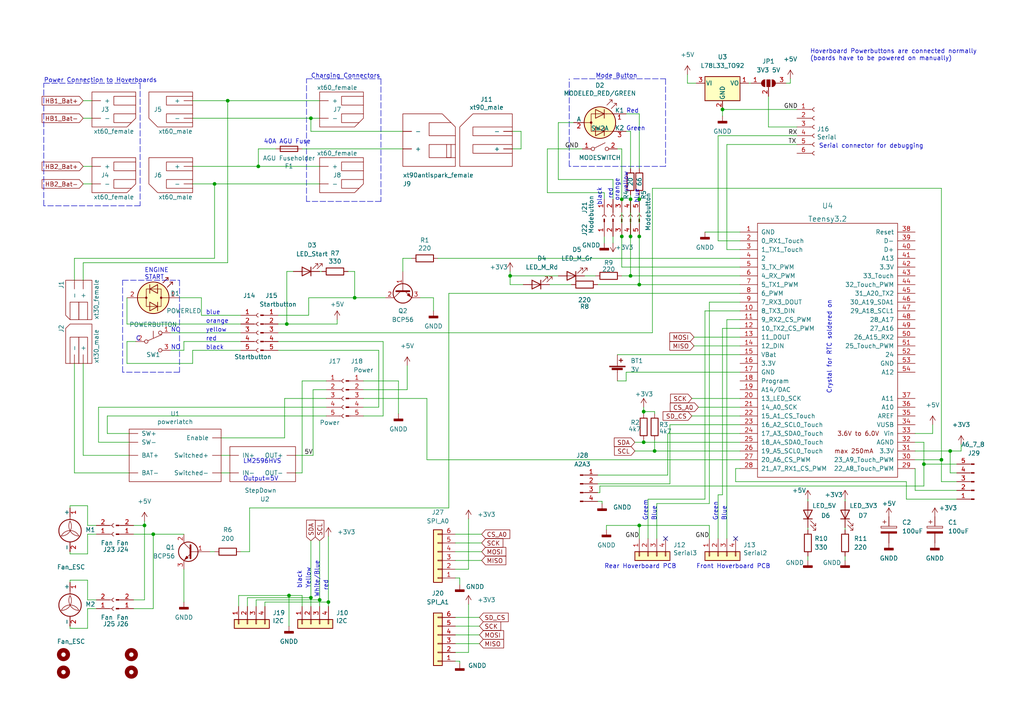
<source format=kicad_sch>
(kicad_sch (version 20211123) (generator eeschema)

  (uuid 00e38d63-5436-49db-81f5-697421f168fc)

  (paper "A4")

  

  (junction (at 62.23 53.34) (diameter 0) (color 0 0 0 0)
    (uuid 051b8cb0-ae77-4e09-98a7-bf2103319e66)
  )
  (junction (at 41.91 152.4) (diameter 0) (color 0 0 0 0)
    (uuid 08d3dd73-6f4c-4fc2-8e37-f281b85fe0d4)
  )
  (junction (at 92.71 173.99) (diameter 0) (color 0 0 0 0)
    (uuid 0b10b5dd-1068-4091-bac0-79652863a01e)
  )
  (junction (at 186.69 128.27) (diameter 0) (color 0 0 0 0)
    (uuid 0bb5c886-5f9c-4c29-83d9-f58a572fcd79)
  )
  (junction (at 90.17 34.29) (diameter 0) (color 0 0 0 0)
    (uuid 123968c6-74e7-4754-8c36-08ea08e42555)
  )
  (junction (at 44.45 154.94) (diameter 0) (color 0 0 0 0)
    (uuid 17f40a5c-3441-49ae-8b83-88ce922d0e3d)
  )
  (junction (at 83.185 93.98) (diameter 0) (color 0 0 0 0)
    (uuid 2235841a-9c52-451a-9616-b84a520feeb5)
  )
  (junction (at 273.05 133.35) (diameter 0) (color 0 0 0 0)
    (uuid 294c0b81-a58f-43d9-b3ff-58ec3e95d3c4)
  )
  (junction (at 147.955 80.01) (diameter 0) (color 0 0 0 0)
    (uuid 31799447-fd07-4760-945e-f0b3deaaea3e)
  )
  (junction (at 182.88 57.785) (diameter 0) (color 0 0 0 0)
    (uuid 35351f64-441a-4f62-87d4-a200c91bb3de)
  )
  (junction (at 185.42 152.4) (diameter 0) (color 0 0 0 0)
    (uuid 38f3170a-b54c-4011-af49-381b27b9e9bb)
  )
  (junction (at 186.69 119.38) (diameter 0) (color 0 0 0 0)
    (uuid 40412e4d-fa67-404b-8675-fb145207776f)
  )
  (junction (at 185.42 68.58) (diameter 0) (color 0 0 0 0)
    (uuid 5037a3f1-8665-4753-8111-3cc5f01f527e)
  )
  (junction (at 182.88 80.01) (diameter 0) (color 0 0 0 0)
    (uuid 51e2a64a-e03c-401f-bbf1-282827dc3883)
  )
  (junction (at 83.82 172.72) (diameter 0) (color 0 0 0 0)
    (uuid 69403c96-f918-448f-9931-0f743ebdeac3)
  )
  (junction (at 185.42 82.55) (diameter 0) (color 0 0 0 0)
    (uuid 694fe12e-f636-4239-9f50-17d1e83c559a)
  )
  (junction (at 275.59 130.81) (diameter 0) (color 0 0 0 0)
    (uuid 73e22f62-48fa-4032-ab99-c63ffdb6815b)
  )
  (junction (at 74.93 48.26) (diameter 0) (color 0 0 0 0)
    (uuid 79451892-db6b-4999-916d-6392174ee493)
  )
  (junction (at 189.865 130.81) (diameter 0) (color 0 0 0 0)
    (uuid 8704d76b-52f1-45a4-966f-1d07e731c198)
  )
  (junction (at 185.42 57.785) (diameter 0) (color 0 0 0 0)
    (uuid 8b0c0bc4-8c66-4ee6-94d3-7711afdbbace)
  )
  (junction (at 102.87 86.36) (diameter 0) (color 0 0 0 0)
    (uuid 8e0c5536-8f0c-41c4-a920-c1fe2d0aeb28)
  )
  (junction (at 209.55 31.75) (diameter 0) (color 0 0 0 0)
    (uuid 90b82718-91a8-42b9-8b5c-f55037401d9a)
  )
  (junction (at 182.88 68.58) (diameter 0) (color 0 0 0 0)
    (uuid 92ecfc54-4a5a-4f80-835f-341e5f4566e0)
  )
  (junction (at 180.34 57.785) (diameter 0) (color 0 0 0 0)
    (uuid 9654c0fa-eebe-4319-94a4-df6f955eea98)
  )
  (junction (at 180.34 68.58) (diameter 0) (color 0 0 0 0)
    (uuid 983cd6c3-109c-4c73-99a3-ba679cdd09e5)
  )
  (junction (at 95.25 174.625) (diameter 0) (color 0 0 0 0)
    (uuid ae42da24-02f4-42e7-8f2c-3c1c04118f9b)
  )
  (junction (at 267.97 134.62) (diameter 0) (color 0 0 0 0)
    (uuid aecb7fd1-6e81-44d7-8a5d-03a5b93e1a9a)
  )
  (junction (at 90.17 173.355) (diameter 0) (color 0 0 0 0)
    (uuid e6bbf99a-2bfc-49bf-a0f1-56b03ff0b655)
  )
  (junction (at 66.04 29.21) (diameter 0) (color 0 0 0 0)
    (uuid fad4c712-0a2e-465d-a9f8-83d26bd66e37)
  )

  (no_connect (at 213.36 156.21) (uuid 57276367-9ce4-4738-88d7-6e8cb94c966c))
  (no_connect (at 193.04 156.21) (uuid 72b36951-3ec7-4569-9c88-cf9b4afe1cae))

  (wire (pts (xy 66.675 132.08) (xy 64.135 132.08))
    (stroke (width 0) (type default) (color 0 0 0 0))
    (uuid 009b5465-0a65-4237-93e7-eb65321eeb18)
  )
  (wire (pts (xy 275.59 130.81) (xy 278.765 130.81))
    (stroke (width 0) (type default) (color 0 0 0 0))
    (uuid 00ebed69-1ae8-4281-9dbb-78160329662c)
  )
  (wire (pts (xy 55.88 101.6) (xy 69.85 101.6))
    (stroke (width 0) (type default) (color 0 0 0 0))
    (uuid 00f6ae70-94cc-4d50-aa7e-814bf3ec142c)
  )
  (wire (pts (xy 62.23 53.34) (xy 62.23 74.93))
    (stroke (width 0) (type default) (color 0 0 0 0))
    (uuid 02538207-54a8-4266-8d51-23871852b2ff)
  )
  (wire (pts (xy 158.75 43.18) (xy 158.75 55.88))
    (stroke (width 0) (type default) (color 0 0 0 0))
    (uuid 03b1ac56-3611-4584-aaf7-656eb89a5a58)
  )
  (wire (pts (xy 181.61 38.1) (xy 182.88 38.1))
    (stroke (width 0) (type default) (color 0 0 0 0))
    (uuid 03f57fb4-32a3-4bc6-85b9-fd8ece4a9592)
  )
  (wire (pts (xy 213.36 139.7) (xy 213.36 135.89))
    (stroke (width 0) (type default) (color 0 0 0 0))
    (uuid 048b98a1-7408-4bd3-ba48-56b856855483)
  )
  (wire (pts (xy 151.13 43.18) (xy 148.59 43.18))
    (stroke (width 0) (type default) (color 0 0 0 0))
    (uuid 04cf2f2c-74bf-400d-b4f6-201720df00ed)
  )
  (wire (pts (xy 185.42 57.785) (xy 185.42 68.58))
    (stroke (width 0) (type default) (color 0 0 0 0))
    (uuid 06407d5a-4471-4505-93e6-0953c197b726)
  )
  (wire (pts (xy 74.93 43.18) (xy 74.93 48.26))
    (stroke (width 0) (type default) (color 0 0 0 0))
    (uuid 083becc8-e25d-4206-9636-55457650bbe3)
  )
  (wire (pts (xy 132.08 167.64) (xy 133.35 167.64))
    (stroke (width 0) (type default) (color 0 0 0 0))
    (uuid 09ec5a1f-8168-4109-a329-ef099cef6d16)
  )
  (wire (pts (xy 83.82 172.72) (xy 69.215 172.72))
    (stroke (width 0) (type default) (color 0 0 0 0))
    (uuid 0a177102-b386-476a-bb78-cfa41e5981d4)
  )
  (polyline (pts (xy 12.7 59.69) (xy 12.7 24.13))
    (stroke (width 0) (type default) (color 0 0 0 0))
    (uuid 0b4c0f05-c855-4742-bad2-dbf645d5842b)
  )

  (wire (pts (xy 217.17 24.13) (xy 217.805 24.13))
    (stroke (width 0) (type default) (color 0 0 0 0))
    (uuid 0b759eb5-2b5d-497b-bde5-ba020c43a39d)
  )
  (wire (pts (xy 265.43 125.73) (xy 270.51 125.73))
    (stroke (width 0) (type default) (color 0 0 0 0))
    (uuid 0bf9b321-fb4d-49fd-9592-7ab5a99eb177)
  )
  (wire (pts (xy 90.17 156.845) (xy 90.17 173.355))
    (stroke (width 0) (type default) (color 0 0 0 0))
    (uuid 0cc9bf07-55b9-458f-b8aa-41b2f51fa940)
  )
  (wire (pts (xy 92.71 156.845) (xy 92.71 173.99))
    (stroke (width 0) (type default) (color 0 0 0 0))
    (uuid 0d5b0f48-7e11-42a1-aa49-31f1b69cb91d)
  )
  (wire (pts (xy 262.89 144.78) (xy 262.89 139.7))
    (stroke (width 0) (type default) (color 0 0 0 0))
    (uuid 0d8dc964-deb7-44e6-848e-a4828cd6ccf5)
  )
  (wire (pts (xy 267.97 140.97) (xy 173.99 140.97))
    (stroke (width 0) (type default) (color 0 0 0 0))
    (uuid 0dbb758d-d359-4d2a-8a5d-77dfe99df357)
  )
  (wire (pts (xy 132.08 160.02) (xy 139.7 160.02))
    (stroke (width 0) (type default) (color 0 0 0 0))
    (uuid 0e78b584-2869-48ac-b293-95bd208efc94)
  )
  (wire (pts (xy 189.865 119.38) (xy 189.865 120.015))
    (stroke (width 0) (type default) (color 0 0 0 0))
    (uuid 0e95aa78-7bed-4b26-ac12-dbebf9e2b680)
  )
  (wire (pts (xy 31.115 120.65) (xy 31.115 125.73))
    (stroke (width 0) (type default) (color 0 0 0 0))
    (uuid 0f6a1023-ed00-4bd6-afef-ff227538c5e3)
  )
  (wire (pts (xy 177.8 52.07) (xy 177.8 57.785))
    (stroke (width 0) (type default) (color 0 0 0 0))
    (uuid 11274c77-8dea-42af-9338-4bcf2f325c89)
  )
  (wire (pts (xy 82.55 127) (xy 82.55 115.57))
    (stroke (width 0) (type default) (color 0 0 0 0))
    (uuid 1136c54b-6feb-40f7-ae6a-0f9521f82981)
  )
  (wire (pts (xy 37.465 125.73) (xy 31.115 125.73))
    (stroke (width 0) (type default) (color 0 0 0 0))
    (uuid 1199146e-a60b-416a-b503-e77d6d2892f9)
  )
  (wire (pts (xy 21.59 137.16) (xy 21.59 105.41))
    (stroke (width 0) (type default) (color 0 0 0 0))
    (uuid 12a24e86-2c38-4685-bba9-fff8dddb4cb0)
  )
  (wire (pts (xy 26.67 53.34) (xy 24.13 53.34))
    (stroke (width 0) (type default) (color 0 0 0 0))
    (uuid 12c8f4c9-cb79-4390-b96c-a717c693de17)
  )
  (wire (pts (xy 24.13 48.26) (xy 26.67 48.26))
    (stroke (width 0) (type default) (color 0 0 0 0))
    (uuid 12f8e43c-8f83-48d3-a9b5-5f3ebc0b6c43)
  )
  (wire (pts (xy 186.69 118.11) (xy 186.69 119.38))
    (stroke (width 0) (type default) (color 0 0 0 0))
    (uuid 13519fa0-f319-4568-9da1-27e7fc596e16)
  )
  (wire (pts (xy 20.32 146.685) (xy 25.4 146.685))
    (stroke (width 0) (type default) (color 0 0 0 0))
    (uuid 1542b558-bfe7-4e44-b051-52e954f089c4)
  )
  (wire (pts (xy 265.43 130.81) (xy 275.59 130.81))
    (stroke (width 0) (type default) (color 0 0 0 0))
    (uuid 15f2b6d5-48c4-4f31-8b9d-7d2668e7fe00)
  )
  (wire (pts (xy 275.59 137.16) (xy 277.495 137.16))
    (stroke (width 0) (type default) (color 0 0 0 0))
    (uuid 16be875d-0110-4993-b777-e772726fe1e5)
  )
  (wire (pts (xy 209.55 95.25) (xy 209.55 143.51))
    (stroke (width 0) (type default) (color 0 0 0 0))
    (uuid 170a1464-a955-4bdc-927d-f8249fd0c04c)
  )
  (wire (pts (xy 66.04 29.21) (xy 66.04 76.2))
    (stroke (width 0) (type default) (color 0 0 0 0))
    (uuid 17ed3508-fa2e-4593-a799-bfd39a6cc14d)
  )
  (wire (pts (xy 159.385 82.55) (xy 165.735 82.55))
    (stroke (width 0) (type default) (color 0 0 0 0))
    (uuid 180684cf-f7b0-46b2-aea4-1f93e406cf59)
  )
  (wire (pts (xy 127 74.93) (xy 214.63 74.93))
    (stroke (width 0) (type default) (color 0 0 0 0))
    (uuid 181e9518-7706-4189-a885-5e6e3aee3bb9)
  )
  (wire (pts (xy 147.955 80.01) (xy 147.955 82.55))
    (stroke (width 0) (type default) (color 0 0 0 0))
    (uuid 193cbccc-28f2-4437-8064-d229e44aa604)
  )
  (wire (pts (xy 83.185 93.98) (xy 83.185 78.74))
    (stroke (width 0) (type default) (color 0 0 0 0))
    (uuid 1df9a412-b56c-4e84-b38b-6a4bc05a97be)
  )
  (wire (pts (xy 38.735 173.99) (xy 41.91 173.99))
    (stroke (width 0) (type default) (color 0 0 0 0))
    (uuid 1e6a20ef-296c-4f96-9891-ff8455ce839d)
  )
  (wire (pts (xy 25.4 182.245) (xy 20.32 182.245))
    (stroke (width 0) (type default) (color 0 0 0 0))
    (uuid 1f97d1e3-c5f6-4344-9fb6-6c723b7697fa)
  )
  (polyline (pts (xy 52.07 81.28) (xy 52.07 107.95))
    (stroke (width 0) (type default) (color 0 0 0 0))
    (uuid 1fbb0219-551e-409b-a61b-76e8cebdfb9d)
  )

  (wire (pts (xy 185.42 82.55) (xy 214.63 82.55))
    (stroke (width 0) (type default) (color 0 0 0 0))
    (uuid 1fe5bc2b-0fca-4819-a520-4615dfab4d15)
  )
  (wire (pts (xy 69.215 172.72) (xy 69.215 175.895))
    (stroke (width 0) (type default) (color 0 0 0 0))
    (uuid 25531609-ada1-438f-9524-2d6b2aacec2a)
  )
  (wire (pts (xy 20.32 168.275) (xy 25.4 168.275))
    (stroke (width 0) (type default) (color 0 0 0 0))
    (uuid 26301722-d82d-4669-b21f-04874a1fbca3)
  )
  (wire (pts (xy 234.315 144.78) (xy 234.315 145.415))
    (stroke (width 0) (type default) (color 0 0 0 0))
    (uuid 26a5e061-05bb-41a8-bc7a-df1564b11e90)
  )
  (wire (pts (xy 132.08 191.77) (xy 133.35 191.77))
    (stroke (width 0) (type default) (color 0 0 0 0))
    (uuid 2721b0da-8699-4bf1-80bb-1d6b9e717c61)
  )
  (wire (pts (xy 214.63 85.09) (xy 130.175 85.09))
    (stroke (width 0) (type default) (color 0 0 0 0))
    (uuid 2762442d-9432-4074-b79b-8eeab3eaf9a7)
  )
  (polyline (pts (xy 40.64 24.13) (xy 40.64 59.69))
    (stroke (width 0) (type default) (color 0 0 0 0))
    (uuid 282c8e53-3acc-42f0-a92a-6aa976b97a93)
  )

  (wire (pts (xy 148.59 38.1) (xy 151.13 38.1))
    (stroke (width 0) (type default) (color 0 0 0 0))
    (uuid 2878a73c-5447-4cd9-8194-14f52ab9459c)
  )
  (wire (pts (xy 89.535 86.36) (xy 102.87 86.36))
    (stroke (width 0) (type default) (color 0 0 0 0))
    (uuid 28e146f5-f85f-47b5-94b5-a67c33d23635)
  )
  (wire (pts (xy 182.88 57.785) (xy 182.88 68.58))
    (stroke (width 0) (type default) (color 0 0 0 0))
    (uuid 2a71f78d-0911-4a41-a0ce-aa50e93d68c8)
  )
  (wire (pts (xy 161.925 35.56) (xy 161.925 52.07))
    (stroke (width 0) (type default) (color 0 0 0 0))
    (uuid 2b8b629c-53ef-4ac6-91d7-f1a071136889)
  )
  (wire (pts (xy 135.89 165.1) (xy 132.08 165.1))
    (stroke (width 0) (type default) (color 0 0 0 0))
    (uuid 2ba9fb94-a1fa-486c-8933-fbe2803c354e)
  )
  (wire (pts (xy 72.39 160.02) (xy 69.85 160.02))
    (stroke (width 0) (type default) (color 0 0 0 0))
    (uuid 2d84a257-2801-4282-83f8-8a08920949d3)
  )
  (wire (pts (xy 55.88 105.41) (xy 55.88 101.6))
    (stroke (width 0) (type default) (color 0 0 0 0))
    (uuid 2fd044b6-377e-455f-89e0-f4f69a117f77)
  )
  (wire (pts (xy 135.89 150.495) (xy 135.89 165.1))
    (stroke (width 0) (type default) (color 0 0 0 0))
    (uuid 3017e6b7-2d49-4427-9dc1-83cc27ee24a4)
  )
  (wire (pts (xy 185.42 152.4) (xy 185.42 156.21))
    (stroke (width 0) (type default) (color 0 0 0 0))
    (uuid 30c33e3e-fb78-498d-bffe-76273d527004)
  )
  (wire (pts (xy 209.55 31.75) (xy 209.55 33.655))
    (stroke (width 0) (type default) (color 0 0 0 0))
    (uuid 322a7fce-26c4-4bb5-ba5a-1688f26585cf)
  )
  (wire (pts (xy 80.645 96.52) (xy 189.23 96.52))
    (stroke (width 0) (type default) (color 0 0 0 0))
    (uuid 32380bb4-3280-497e-9558-7a21f00e00dd)
  )
  (wire (pts (xy 173.355 82.55) (xy 185.42 82.55))
    (stroke (width 0) (type default) (color 0 0 0 0))
    (uuid 32445bc6-e73d-4201-9666-5de468baf622)
  )
  (wire (pts (xy 185.42 68.58) (xy 185.42 82.55))
    (stroke (width 0) (type default) (color 0 0 0 0))
    (uuid 32551a79-b842-47a9-8e23-7783a840e131)
  )
  (wire (pts (xy 161.925 80.01) (xy 147.955 80.01))
    (stroke (width 0) (type default) (color 0 0 0 0))
    (uuid 329094f4-8898-41df-ac65-e73e1fd74cbf)
  )
  (wire (pts (xy 20.32 168.91) (xy 20.32 168.275))
    (stroke (width 0) (type default) (color 0 0 0 0))
    (uuid 33072d10-86aa-4a72-9898-01c2c9b5842e)
  )
  (wire (pts (xy 27.94 176.53) (xy 25.4 176.53))
    (stroke (width 0) (type default) (color 0 0 0 0))
    (uuid 34e399b2-48be-42f9-842e-e3b66c7c06bb)
  )
  (wire (pts (xy 209.55 143.51) (xy 208.28 143.51))
    (stroke (width 0) (type default) (color 0 0 0 0))
    (uuid 34eb38bf-2fc7-4a28-893e-3d3609a85d23)
  )
  (wire (pts (xy 41.91 151.13) (xy 41.91 152.4))
    (stroke (width 0) (type default) (color 0 0 0 0))
    (uuid 35a7735a-ee25-458f-bb48-cd448dcda5d3)
  )
  (wire (pts (xy 62.23 53.34) (xy 92.71 53.34))
    (stroke (width 0) (type default) (color 0 0 0 0))
    (uuid 35c09d1f-2914-4d1e-a002-df30af772f3b)
  )
  (wire (pts (xy 24.13 76.2) (xy 24.13 81.28))
    (stroke (width 0) (type default) (color 0 0 0 0))
    (uuid 35ef9c4a-35f6-467b-a704-b1d9354880cf)
  )
  (wire (pts (xy 267.97 128.27) (xy 267.97 134.62))
    (stroke (width 0) (type default) (color 0 0 0 0))
    (uuid 3628add0-cc90-4ce6-bc0a-7b0499cb2a43)
  )
  (wire (pts (xy 25.4 154.94) (xy 25.4 160.655))
    (stroke (width 0) (type default) (color 0 0 0 0))
    (uuid 39ae077c-5133-4896-9953-71244e980cb5)
  )
  (wire (pts (xy 123.825 115.57) (xy 123.825 133.35))
    (stroke (width 0) (type default) (color 0 0 0 0))
    (uuid 39d7e422-7f67-4268-a2ed-2db52be51cae)
  )
  (wire (pts (xy 158.75 43.18) (xy 168.91 43.18))
    (stroke (width 0) (type default) (color 0 0 0 0))
    (uuid 3a41dd27-ec14-44d5-b505-aad1d829f79a)
  )
  (wire (pts (xy 38.735 154.94) (xy 44.45 154.94))
    (stroke (width 0) (type default) (color 0 0 0 0))
    (uuid 3bc3df81-b30e-4a41-a38c-bca401c1fdb4)
  )
  (wire (pts (xy 132.08 181.61) (xy 139.065 181.61))
    (stroke (width 0) (type default) (color 0 0 0 0))
    (uuid 3bce23fc-cdab-4616-8963-9c1f94f76e8b)
  )
  (wire (pts (xy 94.615 120.65) (xy 31.115 120.65))
    (stroke (width 0) (type default) (color 0 0 0 0))
    (uuid 3bdb6e74-df98-4382-9a1e-8b7b42de8b63)
  )
  (wire (pts (xy 132.08 184.15) (xy 139.065 184.15))
    (stroke (width 0) (type default) (color 0 0 0 0))
    (uuid 3be16d8f-c504-4be9-bb1b-a581c1c2e941)
  )
  (wire (pts (xy 199.39 24.13) (xy 199.39 21.59))
    (stroke (width 0) (type default) (color 0 0 0 0))
    (uuid 3cd14580-9b18-43b9-b012-256b77a63300)
  )
  (wire (pts (xy 24.13 132.08) (xy 37.465 132.08))
    (stroke (width 0) (type default) (color 0 0 0 0))
    (uuid 3e0392c0-affc-4114-9de5-1f1cfe79418a)
  )
  (wire (pts (xy 262.89 139.7) (xy 213.36 139.7))
    (stroke (width 0) (type default) (color 0 0 0 0))
    (uuid 3e2959fb-f853-45ab-a70d-cefa40ed4a13)
  )
  (wire (pts (xy 87.63 43.18) (xy 116.84 43.18))
    (stroke (width 0) (type default) (color 0 0 0 0))
    (uuid 3e3d55c8-e0ea-48fb-8421-a84b7cb7055b)
  )
  (wire (pts (xy 109.855 118.11) (xy 105.41 118.11))
    (stroke (width 0) (type default) (color 0 0 0 0))
    (uuid 40b818f1-4e71-4cf3-bfaf-cb1b72326814)
  )
  (wire (pts (xy 66.04 29.21) (xy 92.71 29.21))
    (stroke (width 0) (type default) (color 0 0 0 0))
    (uuid 422b10b9-e829-44a2-8808-05edd8cb3050)
  )
  (wire (pts (xy 92.71 173.99) (xy 74.295 173.99))
    (stroke (width 0) (type default) (color 0 0 0 0))
    (uuid 4254ab22-9d9b-4884-a1f8-0bb4242f8894)
  )
  (wire (pts (xy 270.51 125.73) (xy 270.51 123.19))
    (stroke (width 0) (type default) (color 0 0 0 0))
    (uuid 44a31d09-65ce-45e2-98f9-0649161b54b4)
  )
  (wire (pts (xy 158.75 55.88) (xy 175.26 55.88))
    (stroke (width 0) (type default) (color 0 0 0 0))
    (uuid 44d10368-2885-4218-b8f1-52a5fde92cb3)
  )
  (wire (pts (xy 214.63 77.47) (xy 180.34 77.47))
    (stroke (width 0) (type default) (color 0 0 0 0))
    (uuid 44dee830-40ed-4a00-8c4e-ba626f32dc1e)
  )
  (wire (pts (xy 25.4 168.275) (xy 25.4 173.99))
    (stroke (width 0) (type default) (color 0 0 0 0))
    (uuid 46fa1be4-d517-4eaf-a68b-dce661fc076c)
  )
  (wire (pts (xy 278.765 130.81) (xy 278.765 128.905))
    (stroke (width 0) (type default) (color 0 0 0 0))
    (uuid 474c69f2-d47e-44b5-9fe8-4f70b718e8d8)
  )
  (wire (pts (xy 90.17 38.1) (xy 90.17 34.29))
    (stroke (width 0) (type default) (color 0 0 0 0))
    (uuid 475ed8b3-90bf-48cd-bce5-d8f48b689541)
  )
  (wire (pts (xy 245.11 153.035) (xy 245.11 153.67))
    (stroke (width 0) (type default) (color 0 0 0 0))
    (uuid 489dbc75-626f-4f7d-a79e-4718b12503a5)
  )
  (wire (pts (xy 205.74 146.05) (xy 205.74 87.63))
    (stroke (width 0) (type default) (color 0 0 0 0))
    (uuid 49df14a4-9231-4e0c-8be6-325780f5026d)
  )
  (wire (pts (xy 89.535 91.44) (xy 89.535 86.36))
    (stroke (width 0) (type default) (color 0 0 0 0))
    (uuid 4abd83b2-2075-4fec-a627-5a1558b56d3f)
  )
  (wire (pts (xy 190.5 156.21) (xy 190.5 146.05))
    (stroke (width 0) (type default) (color 0 0 0 0))
    (uuid 4c843bdb-6c9e-40dd-85e2-0567846e18ba)
  )
  (wire (pts (xy 123.825 133.35) (xy 214.63 133.35))
    (stroke (width 0) (type default) (color 0 0 0 0))
    (uuid 4d35d179-1fe5-442a-89de-d0579ca2bbc5)
  )
  (wire (pts (xy 105.41 115.57) (xy 123.825 115.57))
    (stroke (width 0) (type default) (color 0 0 0 0))
    (uuid 4dbb109d-2431-40ac-8260-8df88fdef5cd)
  )
  (wire (pts (xy 184.15 128.27) (xy 186.69 128.27))
    (stroke (width 0) (type default) (color 0 0 0 0))
    (uuid 4fdf05e9-f289-448e-914a-b6881900d6c1)
  )
  (wire (pts (xy 275.59 130.81) (xy 275.59 137.16))
    (stroke (width 0) (type default) (color 0 0 0 0))
    (uuid 501f712e-3fe5-40e9-8641-58b732b1882d)
  )
  (wire (pts (xy 83.185 93.98) (xy 97.79 93.98))
    (stroke (width 0) (type default) (color 0 0 0 0))
    (uuid 50208326-4c3d-4fc0-b1bc-7c7f78e47333)
  )
  (wire (pts (xy 90.17 173.355) (xy 90.17 175.895))
    (stroke (width 0) (type default) (color 0 0 0 0))
    (uuid 50511df0-cbe7-4439-9e9c-f26e04b637db)
  )
  (wire (pts (xy 189.23 54.61) (xy 189.23 96.52))
    (stroke (width 0) (type default) (color 0 0 0 0))
    (uuid 51909adb-2e51-4572-af12-85a12663ac96)
  )
  (wire (pts (xy 193.675 125.73) (xy 214.63 125.73))
    (stroke (width 0) (type default) (color 0 0 0 0))
    (uuid 530ea4c9-0761-4c55-b00d-e28a9768a955)
  )
  (wire (pts (xy 36.83 93.98) (xy 36.83 86.36))
    (stroke (width 0) (type default) (color 0 0 0 0))
    (uuid 53e34696-241f-47e5-a477-f469335c8a61)
  )
  (wire (pts (xy 58.42 91.44) (xy 69.85 91.44))
    (stroke (width 0) (type default) (color 0 0 0 0))
    (uuid 547eeec1-a95c-431b-95a4-2ff936d52170)
  )
  (wire (pts (xy 119.38 74.93) (xy 116.84 74.93))
    (stroke (width 0) (type default) (color 0 0 0 0))
    (uuid 54dfed87-fbe5-47ab-b620-2d6ba5ea0bcb)
  )
  (wire (pts (xy 87.63 172.72) (xy 83.82 172.72))
    (stroke (width 0) (type default) (color 0 0 0 0))
    (uuid 55c7ef39-b251-4a11-94d4-60a109929c6f)
  )
  (wire (pts (xy 205.74 152.4) (xy 205.74 156.21))
    (stroke (width 0) (type default) (color 0 0 0 0))
    (uuid 58d71c09-ba53-43d7-9fc9-7054806963d2)
  )
  (wire (pts (xy 177.8 68.58) (xy 177.8 70.485))
    (stroke (width 0) (type default) (color 0 0 0 0))
    (uuid 58dfd4b5-1213-4f4d-8f38-79c6f352f825)
  )
  (wire (pts (xy 36.83 99.06) (xy 36.83 105.41))
    (stroke (width 0) (type default) (color 0 0 0 0))
    (uuid 58e8a243-dbf1-46ec-a9ca-62db6c046a4b)
  )
  (wire (pts (xy 94.615 118.11) (xy 28.575 118.11))
    (stroke (width 0) (type default) (color 0 0 0 0))
    (uuid 5a040418-8644-4cf8-9de0-ba3624649e9e)
  )
  (wire (pts (xy 116.84 74.93) (xy 116.84 78.74))
    (stroke (width 0) (type default) (color 0 0 0 0))
    (uuid 5a1c01fb-cf82-4e17-9a62-00e0a3adba47)
  )
  (wire (pts (xy 182.88 68.58) (xy 182.88 80.01))
    (stroke (width 0) (type default) (color 0 0 0 0))
    (uuid 5ae7ec9d-f872-4d2d-a4c4-ccac7b92dc87)
  )
  (wire (pts (xy 94.615 113.03) (xy 90.805 113.03))
    (stroke (width 0) (type default) (color 0 0 0 0))
    (uuid 5b15d041-2d51-4c90-8164-397806011835)
  )
  (wire (pts (xy 95.25 174.625) (xy 95.25 175.895))
    (stroke (width 0) (type default) (color 0 0 0 0))
    (uuid 5c3c20ac-7d6a-4a6a-8d79-b176608d957f)
  )
  (wire (pts (xy 76.835 175.895) (xy 76.835 174.625))
    (stroke (width 0) (type default) (color 0 0 0 0))
    (uuid 5dba2df1-c0a7-451c-ad63-7260d7b1f5a8)
  )
  (wire (pts (xy 55.88 29.21) (xy 66.04 29.21))
    (stroke (width 0) (type default) (color 0 0 0 0))
    (uuid 5f312b85-6822-40a3-b417-2df49696ca2d)
  )
  (wire (pts (xy 24.13 29.21) (xy 26.67 29.21))
    (stroke (width 0) (type default) (color 0 0 0 0))
    (uuid 5f38bdb2-3657-474e-8e86-d6bb0b298110)
  )
  (wire (pts (xy 74.295 173.99) (xy 74.295 175.895))
    (stroke (width 0) (type default) (color 0 0 0 0))
    (uuid 6064ea35-013e-4b86-a6c4-39586d23a64c)
  )
  (wire (pts (xy 182.88 56.515) (xy 182.88 57.785))
    (stroke (width 0) (type default) (color 0 0 0 0))
    (uuid 613cedd3-6317-45b7-905c-7688baf53bf3)
  )
  (wire (pts (xy 209.55 31.75) (xy 231.14 31.75))
    (stroke (width 0) (type default) (color 0 0 0 0))
    (uuid 6202b522-e646-49af-83e4-b5d7844d80bd)
  )
  (wire (pts (xy 25.4 146.685) (xy 25.4 152.4))
    (stroke (width 0) (type default) (color 0 0 0 0))
    (uuid 62880b37-7f4d-4027-be35-87ea11b9bfce)
  )
  (wire (pts (xy 115.57 120.015) (xy 115.57 110.49))
    (stroke (width 0) (type default) (color 0 0 0 0))
    (uuid 62a6d334-f451-48c1-bbb3-2e2aacab4352)
  )
  (wire (pts (xy 194.31 123.19) (xy 214.63 123.19))
    (stroke (width 0) (type default) (color 0 0 0 0))
    (uuid 62bfa5ee-896d-42a1-8a5e-5e1301811401)
  )
  (wire (pts (xy 25.4 173.99) (xy 27.94 173.99))
    (stroke (width 0) (type default) (color 0 0 0 0))
    (uuid 62c26a31-4bf5-4a49-846e-2a9deae7bdd9)
  )
  (wire (pts (xy 182.88 38.1) (xy 182.88 48.895))
    (stroke (width 0) (type default) (color 0 0 0 0))
    (uuid 62e8c4d4-266c-4e53-8981-1028251d724c)
  )
  (wire (pts (xy 208.28 69.85) (xy 208.28 39.37))
    (stroke (width 0) (type default) (color 0 0 0 0))
    (uuid 63884a0c-3153-4b16-b576-b3d0570549ad)
  )
  (wire (pts (xy 130.175 85.09) (xy 130.175 147.32))
    (stroke (width 0) (type default) (color 0 0 0 0))
    (uuid 649506bc-e737-4d40-826c-c9ae6cf7999f)
  )
  (wire (pts (xy 204.47 90.17) (xy 204.47 144.78))
    (stroke (width 0) (type default) (color 0 0 0 0))
    (uuid 64a82c13-23a0-425e-9d2f-c51801b5f76e)
  )
  (wire (pts (xy 277.495 144.78) (xy 262.89 144.78))
    (stroke (width 0) (type default) (color 0 0 0 0))
    (uuid 64da2e4a-a726-4ff0-ba50-b173e8b39877)
  )
  (wire (pts (xy 37.465 137.16) (xy 21.59 137.16))
    (stroke (width 0) (type default) (color 0 0 0 0))
    (uuid 6513181c-0a6a-4560-9a18-17450c36ae2a)
  )
  (wire (pts (xy 180.34 80.01) (xy 182.88 80.01))
    (stroke (width 0) (type default) (color 0 0 0 0))
    (uuid 6551a109-65d8-49b9-807b-12ceb41c46a8)
  )
  (wire (pts (xy 38.735 176.53) (xy 44.45 176.53))
    (stroke (width 0) (type default) (color 0 0 0 0))
    (uuid 655a4dd6-df89-48f2-a803-643990d058bd)
  )
  (wire (pts (xy 208.28 39.37) (xy 231.14 39.37))
    (stroke (width 0) (type default) (color 0 0 0 0))
    (uuid 65b9a046-bb8f-42cd-b846-d3362b0ef51f)
  )
  (wire (pts (xy 83.185 78.74) (xy 85.09 78.74))
    (stroke (width 0) (type default) (color 0 0 0 0))
    (uuid 663cc588-2ea2-4d16-b91f-ff54db2ba726)
  )
  (wire (pts (xy 175.895 152.4) (xy 185.42 152.4))
    (stroke (width 0) (type default) (color 0 0 0 0))
    (uuid 68422ffc-83e4-42e5-b1dc-f3b10be98daf)
  )
  (polyline (pts (xy 165.1 48.26) (xy 165.1 22.86))
    (stroke (width 0) (type default) (color 0 0 0 0))
    (uuid 6ac3ab53-7523-4805-bfd2-5de19dff127e)
  )

  (wire (pts (xy 202.565 118.11) (xy 214.63 118.11))
    (stroke (width 0) (type default) (color 0 0 0 0))
    (uuid 6b341153-e6a9-446e-a41f-f0b6803ef98d)
  )
  (wire (pts (xy 133.35 167.64) (xy 133.35 169.545))
    (stroke (width 0) (type default) (color 0 0 0 0))
    (uuid 6bb2c937-e8ff-43d0-9b06-456594eb25e9)
  )
  (wire (pts (xy 36.83 99.06) (xy 39.37 99.06))
    (stroke (width 0) (type default) (color 0 0 0 0))
    (uuid 6bd115d6-07e0-45db-8f2e-3cbb0429104f)
  )
  (wire (pts (xy 125.73 86.36) (xy 125.73 90.17))
    (stroke (width 0) (type default) (color 0 0 0 0))
    (uuid 6cb93665-0bcd-4104-8633-fffd1811eee0)
  )
  (wire (pts (xy 204.47 67.31) (xy 214.63 67.31))
    (stroke (width 0) (type default) (color 0 0 0 0))
    (uuid 6d660d44-2237-493b-a881-7e0ebb385c2c)
  )
  (wire (pts (xy 115.57 110.49) (xy 105.41 110.49))
    (stroke (width 0) (type default) (color 0 0 0 0))
    (uuid 6fb78646-375d-4e04-bdf3-192bdf9fa3e4)
  )
  (wire (pts (xy 214.63 90.17) (xy 204.47 90.17))
    (stroke (width 0) (type default) (color 0 0 0 0))
    (uuid 6fe0cc28-1be0-4954-b1df-068cf34b34b8)
  )
  (wire (pts (xy 187.96 156.21) (xy 187.96 144.78))
    (stroke (width 0) (type default) (color 0 0 0 0))
    (uuid 6ffdf05e-e119-49f9-85e9-13e4901df42a)
  )
  (wire (pts (xy 20.32 160.655) (xy 20.32 160.02))
    (stroke (width 0) (type default) (color 0 0 0 0))
    (uuid 707520b4-cacf-45dc-bb64-b15608f9208f)
  )
  (wire (pts (xy 38.735 152.4) (xy 41.91 152.4))
    (stroke (width 0) (type default) (color 0 0 0 0))
    (uuid 716ce140-e601-44e8-935e-856b42be6077)
  )
  (wire (pts (xy 186.69 119.38) (xy 189.865 119.38))
    (stroke (width 0) (type default) (color 0 0 0 0))
    (uuid 719e9152-e8ec-4038-bff3-e10dc6873da6)
  )
  (wire (pts (xy 111.125 120.65) (xy 111.125 99.06))
    (stroke (width 0) (type default) (color 0 0 0 0))
    (uuid 71b43be9-08f7-4641-91ab-0e786ed1182f)
  )
  (wire (pts (xy 80.01 43.18) (xy 74.93 43.18))
    (stroke (width 0) (type default) (color 0 0 0 0))
    (uuid 725cdf26-4b92-46db-bca9-10d930002dda)
  )
  (wire (pts (xy 80.645 101.6) (xy 109.855 101.6))
    (stroke (width 0) (type default) (color 0 0 0 0))
    (uuid 72c5b5dc-7d0c-4e1d-aa45-7f2d6eeb3e27)
  )
  (wire (pts (xy 189.865 130.81) (xy 214.63 130.81))
    (stroke (width 0) (type default) (color 0 0 0 0))
    (uuid 7468e343-8d98-49cd-b0f3-87e6dfd3c57b)
  )
  (wire (pts (xy 273.05 139.7) (xy 273.05 133.35))
    (stroke (width 0) (type default) (color 0 0 0 0))
    (uuid 751655c2-941f-4109-8347-98c9fd930f4e)
  )
  (wire (pts (xy 180.34 43.18) (xy 180.34 57.785))
    (stroke (width 0) (type default) (color 0 0 0 0))
    (uuid 75c8508a-aa91-42ac-a3e8-5f7b38c6618f)
  )
  (wire (pts (xy 20.32 160.655) (xy 25.4 160.655))
    (stroke (width 0) (type default) (color 0 0 0 0))
    (uuid 782ab777-440f-4045-a4c0-f73ddee70716)
  )
  (wire (pts (xy 118.11 113.03) (xy 105.41 113.03))
    (stroke (width 0) (type default) (color 0 0 0 0))
    (uuid 78fc26a2-c6aa-4020-b71c-d7cbb33d50cf)
  )
  (wire (pts (xy 161.925 35.56) (xy 166.37 35.56))
    (stroke (width 0) (type default) (color 0 0 0 0))
    (uuid 7a2b8997-41f5-4d37-9b4a-91e13dfae36c)
  )
  (wire (pts (xy 74.93 48.26) (xy 92.71 48.26))
    (stroke (width 0) (type default) (color 0 0 0 0))
    (uuid 7acd513a-187b-4936-9f93-2e521ce33ad5)
  )
  (polyline (pts (xy 52.07 107.95) (xy 35.56 107.95))
    (stroke (width 0) (type default) (color 0 0 0 0))
    (uuid 7bfba61b-6752-4a45-9ee6-5984dcb15041)
  )

  (wire (pts (xy 82.55 115.57) (xy 94.615 115.57))
    (stroke (width 0) (type default) (color 0 0 0 0))
    (uuid 7dfa12dd-0cd0-4759-964c-4ba3aef8bb58)
  )
  (wire (pts (xy 175.26 68.58) (xy 175.26 70.485))
    (stroke (width 0) (type default) (color 0 0 0 0))
    (uuid 7f1579b0-7b58-4eea-a427-d38d2582d3aa)
  )
  (wire (pts (xy 60.96 160.02) (xy 62.23 160.02))
    (stroke (width 0) (type default) (color 0 0 0 0))
    (uuid 7f664a3c-9748-45a7-a189-4712ada62fe7)
  )
  (wire (pts (xy 174.625 145.415) (xy 174.625 146.05))
    (stroke (width 0) (type default) (color 0 0 0 0))
    (uuid 805ad2cb-4a29-45da-a322-1f9825134f56)
  )
  (wire (pts (xy 265.43 133.35) (xy 273.05 133.35))
    (stroke (width 0) (type default) (color 0 0 0 0))
    (uuid 81d962a1-f4fc-43bc-9dbe-9b5a35c18019)
  )
  (wire (pts (xy 90.805 113.03) (xy 90.805 132.08))
    (stroke (width 0) (type default) (color 0 0 0 0))
    (uuid 823c34d4-e27b-470a-9b98-977c836aa764)
  )
  (wire (pts (xy 267.97 134.62) (xy 277.495 134.62))
    (stroke (width 0) (type default) (color 0 0 0 0))
    (uuid 83ba1d10-74c9-483a-be53-0628a98c4613)
  )
  (polyline (pts (xy 40.64 59.69) (xy 12.7 59.69))
    (stroke (width 0) (type default) (color 0 0 0 0))
    (uuid 83c5181e-f5ee-453c-ae5c-d7256ba8837d)
  )

  (wire (pts (xy 181.61 33.02) (xy 185.42 33.02))
    (stroke (width 0) (type default) (color 0 0 0 0))
    (uuid 844d7d7a-b386-45a8-aaf6-bf41bbcb43b5)
  )
  (wire (pts (xy 173.355 140.335) (xy 194.31 140.335))
    (stroke (width 0) (type default) (color 0 0 0 0))
    (uuid 85827b25-c667-4d1b-8921-52bdc5430650)
  )
  (wire (pts (xy 147.955 78.74) (xy 147.955 80.01))
    (stroke (width 0) (type default) (color 0 0 0 0))
    (uuid 8723f50e-a484-4a9a-b72b-07dbeb8b0cf9)
  )
  (wire (pts (xy 53.34 165.1) (xy 53.34 174.625))
    (stroke (width 0) (type default) (color 0 0 0 0))
    (uuid 885d043f-b4c9-4eb2-820d-d417cb4bc866)
  )
  (polyline (pts (xy 88.9 22.86) (xy 110.49 22.86))
    (stroke (width 0) (type default) (color 0 0 0 0))
    (uuid 888fd7cb-2fc6-480c-bcfa-0b71303087d3)
  )

  (wire (pts (xy 71.755 173.355) (xy 90.17 173.355))
    (stroke (width 0) (type default) (color 0 0 0 0))
    (uuid 89607785-50a6-412e-9773-1e085f5b77fa)
  )
  (wire (pts (xy 36.83 93.98) (xy 69.85 93.98))
    (stroke (width 0) (type default) (color 0 0 0 0))
    (uuid 8aeae536-fd36-430e-be47-1a856eced2fc)
  )
  (wire (pts (xy 87.63 110.49) (xy 94.615 110.49))
    (stroke (width 0) (type default) (color 0 0 0 0))
    (uuid 8b61a8d2-0056-4f41-829d-4d87fa944b28)
  )
  (wire (pts (xy 28.575 118.11) (xy 28.575 128.27))
    (stroke (width 0) (type default) (color 0 0 0 0))
    (uuid 8b99dc7a-2e02-445b-a6cf-b55663646f65)
  )
  (wire (pts (xy 20.32 182.245) (xy 20.32 181.61))
    (stroke (width 0) (type default) (color 0 0 0 0))
    (uuid 8ba5a9f6-538a-40bf-9f77-39b12aa2f0db)
  )
  (wire (pts (xy 181.61 110.49) (xy 179.07 110.49))
    (stroke (width 0) (type default) (color 0 0 0 0))
    (uuid 8cb3cff4-5ab5-48e7-bf9f-51e859cf7f20)
  )
  (wire (pts (xy 71.755 175.895) (xy 71.755 173.355))
    (stroke (width 0) (type default) (color 0 0 0 0))
    (uuid 8d023456-8ad9-4f7e-897d-e73ffdb4933e)
  )
  (wire (pts (xy 55.88 48.26) (xy 74.93 48.26))
    (stroke (width 0) (type default) (color 0 0 0 0))
    (uuid 8e295ed4-82cb-4d9f-8888-7ad2dd4d5129)
  )
  (wire (pts (xy 222.885 27.94) (xy 222.885 36.83))
    (stroke (width 0) (type default) (color 0 0 0 0))
    (uuid 90e4b67e-0a6e-42bc-93bf-45939b80c9b6)
  )
  (wire (pts (xy 179.07 43.18) (xy 180.34 43.18))
    (stroke (width 0) (type default) (color 0 0 0 0))
    (uuid 90e761f6-1432-4f73-ad28-fa8869b7ec31)
  )
  (wire (pts (xy 118.11 106.045) (xy 118.11 113.03))
    (stroke (width 0) (type default) (color 0 0 0 0))
    (uuid 940380cb-8cf9-45b8-b600-7d8ce8a785d6)
  )
  (wire (pts (xy 151.13 38.1) (xy 151.13 43.18))
    (stroke (width 0) (type default) (color 0 0 0 0))
    (uuid 955cc99e-a129-42cf-abc7-aa99813fdb5f)
  )
  (wire (pts (xy 245.11 161.29) (xy 245.11 162.56))
    (stroke (width 0) (type default) (color 0 0 0 0))
    (uuid 957e24b2-957a-4613-8205-73cc52b7059b)
  )
  (wire (pts (xy 229.235 22.86) (xy 229.235 24.13))
    (stroke (width 0) (type default) (color 0 0 0 0))
    (uuid 95e06b65-459a-4ab7-a258-2019fd7c750c)
  )
  (wire (pts (xy 53.34 99.06) (xy 69.85 99.06))
    (stroke (width 0) (type default) (color 0 0 0 0))
    (uuid 965dcc1b-b3f1-4059-96bc-33cc40cfb1c9)
  )
  (wire (pts (xy 132.08 189.23) (xy 135.89 189.23))
    (stroke (width 0) (type default) (color 0 0 0 0))
    (uuid 96b1672c-107c-4f66-9cdb-f0ef0147a931)
  )
  (wire (pts (xy 173.99 140.97) (xy 173.99 142.875))
    (stroke (width 0) (type default) (color 0 0 0 0))
    (uuid 96c51c57-c97b-45e2-82c7-453cd584593a)
  )
  (wire (pts (xy 21.59 74.93) (xy 62.23 74.93))
    (stroke (width 0) (type default) (color 0 0 0 0))
    (uuid 974c48bf-534e-4335-98e1-b0426c783e99)
  )
  (wire (pts (xy 201.295 97.79) (xy 214.63 97.79))
    (stroke (width 0) (type default) (color 0 0 0 0))
    (uuid 97b85742-d338-4986-b5da-fb7c945b794b)
  )
  (wire (pts (xy 181.61 107.95) (xy 181.61 110.49))
    (stroke (width 0) (type default) (color 0 0 0 0))
    (uuid 983222ce-bc82-4fbc-a4be-4b8a3f9905a5)
  )
  (wire (pts (xy 64.135 127) (xy 82.55 127))
    (stroke (width 0) (type default) (color 0 0 0 0))
    (uuid 98b00c9d-9188-4bce-aa70-92d12dd9cf82)
  )
  (wire (pts (xy 55.88 53.34) (xy 62.23 53.34))
    (stroke (width 0) (type default) (color 0 0 0 0))
    (uuid 99186658-0361-40ba-ae93-62f23c5622e6)
  )
  (polyline (pts (xy 35.56 81.28) (xy 52.07 81.28))
    (stroke (width 0) (type default) (color 0 0 0 0))
    (uuid 99332785-d9f1-4363-9377-26ddc18e6d2c)
  )

  (wire (pts (xy 204.47 144.78) (xy 187.96 144.78))
    (stroke (width 0) (type default) (color 0 0 0 0))
    (uuid 99837fd0-a0a4-4343-8445-986091adde32)
  )
  (wire (pts (xy 97.79 93.98) (xy 97.79 92.71))
    (stroke (width 0) (type default) (color 0 0 0 0))
    (uuid 9992e006-0501-402a-9275-a5a0d8af71f1)
  )
  (polyline (pts (xy 35.56 107.95) (xy 35.56 81.28))
    (stroke (width 0) (type default) (color 0 0 0 0))
    (uuid 99dfa524-0366-4808-b4e8-328fc38e8656)
  )

  (wire (pts (xy 190.5 146.05) (xy 205.74 146.05))
    (stroke (width 0) (type default) (color 0 0 0 0))
    (uuid 9a970ac1-63cf-40d6-bc9a-be6411b01438)
  )
  (wire (pts (xy 179.07 102.87) (xy 214.63 102.87))
    (stroke (width 0) (type default) (color 0 0 0 0))
    (uuid 9d671c06-86f9-4e89-a7da-6f87b0b7d806)
  )
  (wire (pts (xy 20.32 147.32) (xy 20.32 146.685))
    (stroke (width 0) (type default) (color 0 0 0 0))
    (uuid 9ed2e82a-459f-49e0-a3a3-7e6e749f942c)
  )
  (polyline (pts (xy 193.04 22.86) (xy 193.04 48.26))
    (stroke (width 0) (type default) (color 0 0 0 0))
    (uuid a07b6b2b-7179-4297-b163-5e47ffbe76d3)
  )

  (wire (pts (xy 72.39 147.32) (xy 72.39 160.02))
    (stroke (width 0) (type default) (color 0 0 0 0))
    (uuid a1d929f8-3a0d-4870-a15e-1c1a86c261e8)
  )
  (wire (pts (xy 214.63 80.01) (xy 182.88 80.01))
    (stroke (width 0) (type default) (color 0 0 0 0))
    (uuid a2ce8f9b-adf1-448a-bac0-2619d7ebe60c)
  )
  (wire (pts (xy 185.42 33.02) (xy 185.42 48.895))
    (stroke (width 0) (type default) (color 0 0 0 0))
    (uuid a62609cd-29b7-4918-b97d-7b2404ba61cf)
  )
  (wire (pts (xy 277.495 139.7) (xy 273.05 139.7))
    (stroke (width 0) (type default) (color 0 0 0 0))
    (uuid a750b54f-ce9a-4e25-81d4-783e53359803)
  )
  (polyline (pts (xy 110.49 22.86) (xy 110.49 58.42))
    (stroke (width 0) (type default) (color 0 0 0 0))
    (uuid a92f3b72-ed6d-4d99-9da6-35771bec3c77)
  )

  (wire (pts (xy 76.835 174.625) (xy 95.25 174.625))
    (stroke (width 0) (type default) (color 0 0 0 0))
    (uuid a9ca165e-67b7-4a4f-a54c-ac2675edd3b2)
  )
  (wire (pts (xy 66.675 137.16) (xy 64.135 137.16))
    (stroke (width 0) (type default) (color 0 0 0 0))
    (uuid aa130053-a451-4f12-97f7-3d4d891a5f83)
  )
  (polyline (pts (xy 110.49 58.42) (xy 88.9 58.42))
    (stroke (width 0) (type default) (color 0 0 0 0))
    (uuid aa1c6f47-cbd4-4cbd-8265-e5ac08b7ffc8)
  )

  (wire (pts (xy 200.66 120.65) (xy 214.63 120.65))
    (stroke (width 0) (type default) (color 0 0 0 0))
    (uuid aa2eacdf-1a2e-4d23-b912-06ac5f7ded68)
  )
  (wire (pts (xy 132.08 154.94) (xy 139.7 154.94))
    (stroke (width 0) (type default) (color 0 0 0 0))
    (uuid ab0f8664-d5a3-4b53-8cc3-378b631c9ad2)
  )
  (wire (pts (xy 44.45 176.53) (xy 44.45 154.94))
    (stroke (width 0) (type default) (color 0 0 0 0))
    (uuid ab9204f6-3305-4fe4-b4ac-f575a6713586)
  )
  (wire (pts (xy 28.575 128.27) (xy 37.465 128.27))
    (stroke (width 0) (type default) (color 0 0 0 0))
    (uuid adefd5fd-1346-4fc3-a57d-6354539839d7)
  )
  (wire (pts (xy 201.295 100.33) (xy 214.63 100.33))
    (stroke (width 0) (type default) (color 0 0 0 0))
    (uuid adf5cd69-75e2-44f4-b1c3-4e8793ef0d28)
  )
  (wire (pts (xy 213.36 135.89) (xy 214.63 135.89))
    (stroke (width 0) (type default) (color 0 0 0 0))
    (uuid aeeced93-067c-4d3e-9de5-ecf0e74a6ad3)
  )
  (wire (pts (xy 41.91 152.4) (xy 41.91 173.99))
    (stroke (width 0) (type default) (color 0 0 0 0))
    (uuid b0660e11-ddb6-4a62-be7e-ad208b979ad4)
  )
  (wire (pts (xy 175.895 152.4) (xy 175.895 153.67))
    (stroke (width 0) (type default) (color 0 0 0 0))
    (uuid b0662d8d-790a-4837-b04c-d8dff48e41b3)
  )
  (wire (pts (xy 205.74 87.63) (xy 214.63 87.63))
    (stroke (width 0) (type default) (color 0 0 0 0))
    (uuid b09ae3e0-9b16-4a90-b478-4499f6711690)
  )
  (wire (pts (xy 132.08 157.48) (xy 139.7 157.48))
    (stroke (width 0) (type default) (color 0 0 0 0))
    (uuid b16abbd0-e4cb-40d4-98e5-66d17adc4be4)
  )
  (wire (pts (xy 210.82 92.71) (xy 210.82 156.21))
    (stroke (width 0) (type default) (color 0 0 0 0))
    (uuid b1eaf136-b1ad-42e8-be46-7f4e8def2e37)
  )
  (wire (pts (xy 80.645 91.44) (xy 89.535 91.44))
    (stroke (width 0) (type default) (color 0 0 0 0))
    (uuid b1eb6044-90f9-45c4-bcd7-fc6d92ca931d)
  )
  (wire (pts (xy 210.82 41.91) (xy 210.82 72.39))
    (stroke (width 0) (type default) (color 0 0 0 0))
    (uuid b2c14d5a-b0fd-41f3-b660-f8ce92051c01)
  )
  (wire (pts (xy 234.315 161.29) (xy 234.315 162.56))
    (stroke (width 0) (type default) (color 0 0 0 0))
    (uuid b3498b90-19d1-4b63-8749-26e7bf0b1250)
  )
  (wire (pts (xy 105.41 120.65) (xy 111.125 120.65))
    (stroke (width 0) (type default) (color 0 0 0 0))
    (uuid b4314ea9-04bb-4268-962f-e7396df6ea02)
  )
  (wire (pts (xy 27.94 154.94) (xy 25.4 154.94))
    (stroke (width 0) (type default) (color 0 0 0 0))
    (uuid b571e1d8-c5c1-48ac-a7e3-34664a01c974)
  )
  (wire (pts (xy 25.4 176.53) (xy 25.4 182.245))
    (stroke (width 0) (type default) (color 0 0 0 0))
    (uuid b5832e4b-a173-48c4-82da-e9ad0e071629)
  )
  (wire (pts (xy 186.69 119.38) (xy 186.69 120.015))
    (stroke (width 0) (type default) (color 0 0 0 0))
    (uuid b67e1b48-8c27-4c21-990d-f9ebbc1e0597)
  )
  (wire (pts (xy 277.495 142.24) (xy 265.43 142.24))
    (stroke (width 0) (type default) (color 0 0 0 0))
    (uuid b779ccd4-7b6a-4761-afd6-679f27f2ea62)
  )
  (wire (pts (xy 80.645 93.98) (xy 83.185 93.98))
    (stroke (width 0) (type default) (color 0 0 0 0))
    (uuid b7e38b71-6d85-4ad8-86ce-f4ab1ba6f773)
  )
  (wire (pts (xy 161.925 52.07) (xy 177.8 52.07))
    (stroke (width 0) (type default) (color 0 0 0 0))
    (uuid b9858390-3c52-4708-9763-39c76728af56)
  )
  (wire (pts (xy 130.175 147.32) (xy 72.39 147.32))
    (stroke (width 0) (type default) (color 0 0 0 0))
    (uuid b9a83e65-82a0-4c2a-b56b-bce5009d20f7)
  )
  (wire (pts (xy 95.25 155.575) (xy 95.25 174.625))
    (stroke (width 0) (type default) (color 0 0 0 0))
    (uuid ba24d722-243f-45ee-b521-7865e70d35e3)
  )
  (wire (pts (xy 201.93 24.13) (xy 199.39 24.13))
    (stroke (width 0) (type default) (color 0 0 0 0))
    (uuid bc33c945-8510-4f7a-9a27-249be5964af0)
  )
  (wire (pts (xy 184.15 130.81) (xy 189.865 130.81))
    (stroke (width 0) (type default) (color 0 0 0 0))
    (uuid bc7a2468-32b3-4b79-85cd-4436ca556dc4)
  )
  (wire (pts (xy 273.05 54.61) (xy 189.23 54.61))
    (stroke (width 0) (type default) (color 0 0 0 0))
    (uuid bd33b194-268e-44c3-b0b1-b7463d83fbac)
  )
  (wire (pts (xy 132.08 179.07) (xy 139.065 179.07))
    (stroke (width 0) (type default) (color 0 0 0 0))
    (uuid bf2d9170-305c-4572-8df6-eade0284a305)
  )
  (wire (pts (xy 49.53 96.52) (xy 69.85 96.52))
    (stroke (width 0) (type default) (color 0 0 0 0))
    (uuid c05406da-4334-464f-bb93-fbd722076165)
  )
  (wire (pts (xy 132.08 186.69) (xy 139.065 186.69))
    (stroke (width 0) (type default) (color 0 0 0 0))
    (uuid c3d7ef96-01f7-4013-b5ae-83025d220958)
  )
  (wire (pts (xy 185.42 152.4) (xy 205.74 152.4))
    (stroke (width 0) (type default) (color 0 0 0 0))
    (uuid c3df6ceb-e872-4ab1-aee6-ba2bcf639497)
  )
  (wire (pts (xy 200.66 115.57) (xy 214.63 115.57))
    (stroke (width 0) (type default) (color 0 0 0 0))
    (uuid c3f5a2f0-2616-416d-8494-b3bd672417e3)
  )
  (wire (pts (xy 193.675 125.73) (xy 193.675 137.795))
    (stroke (width 0) (type default) (color 0 0 0 0))
    (uuid c8f783f8-9603-4e67-84ef-a9d755348b75)
  )
  (wire (pts (xy 49.53 101.6) (xy 53.34 101.6))
    (stroke (width 0) (type default) (color 0 0 0 0))
    (uuid c9f71875-1856-43c2-b1fb-5a3dbed48c46)
  )
  (wire (pts (xy 214.63 69.85) (xy 208.28 69.85))
    (stroke (width 0) (type default) (color 0 0 0 0))
    (uuid ca4978dc-e8c9-435b-870d-c73495b4384d)
  )
  (wire (pts (xy 133.35 191.77) (xy 133.35 192.405))
    (stroke (width 0) (type default) (color 0 0 0 0))
    (uuid cb23987e-7f68-4b0c-b8d0-70a75811cf17)
  )
  (wire (pts (xy 92.71 78.74) (xy 93.345 78.74))
    (stroke (width 0) (type default) (color 0 0 0 0))
    (uuid cb534741-b5a7-4e5d-b147-946f19749090)
  )
  (wire (pts (xy 208.28 143.51) (xy 208.28 156.21))
    (stroke (width 0) (type default) (color 0 0 0 0))
    (uuid cb9cdea3-d2ff-4b19-845c-07985c9f22e6)
  )
  (wire (pts (xy 180.34 68.58) (xy 180.34 77.47))
    (stroke (width 0) (type default) (color 0 0 0 0))
    (uuid ce10504d-a63c-4d11-a970-6128f7507135)
  )
  (wire (pts (xy 24.13 105.41) (xy 24.13 132.08))
    (stroke (width 0) (type default) (color 0 0 0 0))
    (uuid cf815d51-c956-4c5a-adde-c373cb025b07)
  )
  (wire (pts (xy 44.45 154.94) (xy 53.34 154.94))
    (stroke (width 0) (type default) (color 0 0 0 0))
    (uuid cf8ce376-1dc2-4e5b-8ab1-3a02234fb178)
  )
  (wire (pts (xy 210.82 92.71) (xy 214.63 92.71))
    (stroke (width 0) (type default) (color 0 0 0 0))
    (uuid cfaa8d7b-946b-42b3-bb23-43e16d31c1d7)
  )
  (wire (pts (xy 58.42 86.36) (xy 58.42 91.44))
    (stroke (width 0) (type default) (color 0 0 0 0))
    (uuid cfff0e3d-b702-4b96-b9ca-ab50c04387cd)
  )
  (wire (pts (xy 234.315 153.035) (xy 234.315 153.67))
    (stroke (width 0) (type default) (color 0 0 0 0))
    (uuid d0cc5ba5-72ed-4220-a578-21cc622b4b5f)
  )
  (wire (pts (xy 214.63 95.25) (xy 209.55 95.25))
    (stroke (width 0) (type default) (color 0 0 0 0))
    (uuid d0fa14a9-87a1-4c41-979e-8cc67abc98e7)
  )
  (polyline (pts (xy 193.04 48.26) (xy 165.1 48.26))
    (stroke (width 0) (type default) (color 0 0 0 0))
    (uuid d1a9be32-38ba-44e6-bc35-f031541ab1fe)
  )

  (wire (pts (xy 36.83 105.41) (xy 55.88 105.41))
    (stroke (width 0) (type default) (color 0 0 0 0))
    (uuid d2426135-d731-4d3b-8194-196fcabad088)
  )
  (wire (pts (xy 265.43 142.24) (xy 265.43 135.89))
    (stroke (width 0) (type default) (color 0 0 0 0))
    (uuid d2a1a2f5-6816-46fb-8373-0760dc6bbb58)
  )
  (wire (pts (xy 109.855 101.6) (xy 109.855 118.11))
    (stroke (width 0) (type default) (color 0 0 0 0))
    (uuid d4bbff3a-357e-4a77-abb3-d366211a39d5)
  )
  (wire (pts (xy 222.885 36.83) (xy 231.14 36.83))
    (stroke (width 0) (type default) (color 0 0 0 0))
    (uuid d4c4a6d4-312a-473f-9ac0-cd0cc0d61156)
  )
  (wire (pts (xy 194.31 140.335) (xy 194.31 123.19))
    (stroke (width 0) (type default) (color 0 0 0 0))
    (uuid d6d27c3a-dbdc-4808-b858-a2c258ecd68c)
  )
  (polyline (pts (xy 12.7 24.13) (xy 40.64 24.13))
    (stroke (width 0) (type default) (color 0 0 0 0))
    (uuid d72c89a6-7578-4468-964e-2a845431195f)
  )

  (wire (pts (xy 80.645 99.06) (xy 111.125 99.06))
    (stroke (width 0) (type default) (color 0 0 0 0))
    (uuid d838c7a0-f2b2-4541-972c-3faf8f6be30d)
  )
  (wire (pts (xy 102.87 78.74) (xy 102.87 86.36))
    (stroke (width 0) (type default) (color 0 0 0 0))
    (uuid d8bdf508-15d3-4f90-8178-10bcfb73bdb9)
  )
  (wire (pts (xy 121.92 86.36) (xy 125.73 86.36))
    (stroke (width 0) (type default) (color 0 0 0 0))
    (uuid dde8619c-5a8c-40eb-9845-65e6a654222d)
  )
  (wire (pts (xy 85.725 137.16) (xy 87.63 137.16))
    (stroke (width 0) (type default) (color 0 0 0 0))
    (uuid de370984-7922-4327-a0ba-7cd613995df4)
  )
  (wire (pts (xy 116.84 38.1) (xy 90.17 38.1))
    (stroke (width 0) (type default) (color 0 0 0 0))
    (uuid df2a6036-7274-4398-9365-148b6ddab90d)
  )
  (wire (pts (xy 210.82 41.91) (xy 231.14 41.91))
    (stroke (width 0) (type default) (color 0 0 0 0))
    (uuid df908da8-20d2-48c3-bc1c-93ded013675d)
  )
  (wire (pts (xy 100.965 78.74) (xy 102.87 78.74))
    (stroke (width 0) (type default) (color 0 0 0 0))
    (uuid dfa5b2cf-95d9-43b3-80e9-7419741ef2f3)
  )
  (wire (pts (xy 83.82 172.72) (xy 83.82 181.61))
    (stroke (width 0) (type default) (color 0 0 0 0))
    (uuid e01c24b8-478f-434e-9bc7-8d440d86b2d1)
  )
  (wire (pts (xy 186.69 127.635) (xy 186.69 128.27))
    (stroke (width 0) (type default) (color 0 0 0 0))
    (uuid e027b8cc-c567-4f76-8e22-bec7fef7c720)
  )
  (wire (pts (xy 173.355 145.415) (xy 174.625 145.415))
    (stroke (width 0) (type default) (color 0 0 0 0))
    (uuid e08882dc-2cd1-4cfc-b054-064bfc2c618a)
  )
  (wire (pts (xy 25.4 152.4) (xy 27.94 152.4))
    (stroke (width 0) (type default) (color 0 0 0 0))
    (uuid e0f7c076-422a-4954-b454-ebadc432b264)
  )
  (wire (pts (xy 245.11 144.78) (xy 245.11 145.415))
    (stroke (width 0) (type default) (color 0 0 0 0))
    (uuid e0fdc9e3-6cb5-437a-9c64-19897a32764c)
  )
  (wire (pts (xy 173.355 142.875) (xy 173.99 142.875))
    (stroke (width 0) (type default) (color 0 0 0 0))
    (uuid e1afae85-306e-42bd-85a3-7a49d4649e8e)
  )
  (wire (pts (xy 24.13 76.2) (xy 66.04 76.2))
    (stroke (width 0) (type default) (color 0 0 0 0))
    (uuid e2b24e25-1a0d-434a-876b-c595b47d80d2)
  )
  (wire (pts (xy 90.805 132.08) (xy 85.725 132.08))
    (stroke (width 0) (type default) (color 0 0 0 0))
    (uuid e30feb4a-fbf6-4daf-98b5-732517c38662)
  )
  (wire (pts (xy 102.87 86.36) (xy 111.76 86.36))
    (stroke (width 0) (type default) (color 0 0 0 0))
    (uuid e3c6fee2-2f3b-4d3b-a99d-87431781a1a5)
  )
  (wire (pts (xy 58.42 86.36) (xy 52.07 86.36))
    (stroke (width 0) (type default) (color 0 0 0 0))
    (uuid e5acb760-6425-450e-a53e-296f9e64c524)
  )
  (wire (pts (xy 229.235 24.13) (xy 227.965 24.13))
    (stroke (width 0) (type default) (color 0 0 0 0))
    (uuid e7ca093d-becf-48be-bcb1-fbd2cb0cb4d1)
  )
  (wire (pts (xy 135.89 175.26) (xy 135.89 189.23))
    (stroke (width 0) (type default) (color 0 0 0 0))
    (uuid e9e5540b-6e27-4ccf-9c1c-d90ccd70998f)
  )
  (wire (pts (xy 26.67 34.29) (xy 24.13 34.29))
    (stroke (width 0) (type default) (color 0 0 0 0))
    (uuid eaa0d51a-ee4e-4d3a-a801-bddb7027e94c)
  )
  (polyline (pts (xy 166.37 22.86) (xy 193.04 22.86))
    (stroke (width 0) (type default) (color 0 0 0 0))
    (uuid ebca7c5e-ae52-43e5-ac6c-69a96a9a5b24)
  )

  (wire (pts (xy 92.71 173.99) (xy 92.71 175.895))
    (stroke (width 0) (type default) (color 0 0 0 0))
    (uuid ec345777-3fcb-485c-9c66-7db8bc2ec160)
  )
  (wire (pts (xy 169.545 80.01) (xy 172.72 80.01))
    (stroke (width 0) (type default) (color 0 0 0 0))
    (uuid ecefd600-74c9-47b2-8a25-5a2bc3b25338)
  )
  (wire (pts (xy 55.88 34.29) (xy 90.17 34.29))
    (stroke (width 0) (type default) (color 0 0 0 0))
    (uuid ee29d712-3378-4507-a00b-003526b29bb1)
  )
  (wire (pts (xy 53.34 101.6) (xy 53.34 99.06))
    (stroke (width 0) (type default) (color 0 0 0 0))
    (uuid ee4886b5-3cb5-4c45-a3ce-dce386a58ae8)
  )
  (wire (pts (xy 210.82 72.39) (xy 214.63 72.39))
    (stroke (width 0) (type default) (color 0 0 0 0))
    (uuid eee5302c-d118-4535-b901-4b0c64ec0372)
  )
  (wire (pts (xy 193.675 137.795) (xy 173.355 137.795))
    (stroke (width 0) (type default) (color 0 0 0 0))
    (uuid f231868d-7f9d-4c70-b11c-09a356269a86)
  )
  (wire (pts (xy 132.08 162.56) (xy 139.7 162.56))
    (stroke (width 0) (type default) (color 0 0 0 0))
    (uuid f2666a09-71bc-41f7-8113-e71fd587d788)
  )
  (polyline (pts (xy 88.9 58.42) (xy 88.9 22.86))
    (stroke (width 0) (type default) (color 0 0 0 0))
    (uuid f28e56e7-283b-4b9a-ae27-95e89770fbf8)
  )

  (wire (pts (xy 185.42 56.515) (xy 185.42 57.785))
    (stroke (width 0) (type default) (color 0 0 0 0))
    (uuid f3044f68-903d-4063-b253-30d8e3a83eae)
  )
  (wire (pts (xy 21.59 81.28) (xy 21.59 74.93))
    (stroke (width 0) (type default) (color 0 0 0 0))
    (uuid f357ddb5-3f44-43b0-b00d-d64f5c62ba4a)
  )
  (wire (pts (xy 267.97 134.62) (xy 267.97 140.97))
    (stroke (width 0) (type default) (color 0 0 0 0))
    (uuid f3b2b6ce-45fb-4c4a-aa40-a104fb502d92)
  )
  (wire (pts (xy 189.865 127.635) (xy 189.865 130.81))
    (stroke (width 0) (type default) (color 0 0 0 0))
    (uuid f496a215-b81d-45e3-9134-ba08e2d5c22f)
  )
  (wire (pts (xy 175.26 55.88) (xy 175.26 57.785))
    (stroke (width 0) (type default) (color 0 0 0 0))
    (uuid f4bcada2-de59-4b6a-9c25-98af2d8af36a)
  )
  (wire (pts (xy 273.05 133.35) (xy 273.05 54.61))
    (stroke (width 0) (type default) (color 0 0 0 0))
    (uuid f4c4bc05-687f-492b-8ef6-1a7f11646128)
  )
  (wire (pts (xy 186.69 128.27) (xy 214.63 128.27))
    (stroke (width 0) (type default) (color 0 0 0 0))
    (uuid f8138d67-fb86-4aa2-b417-31f473dd1c8f)
  )
  (wire (pts (xy 87.63 137.16) (xy 87.63 110.49))
    (stroke (width 0) (type default) (color 0 0 0 0))
    (uuid faae2960-92c8-4c3d-beae-989872686eda)
  )
  (wire (pts (xy 90.17 34.29) (xy 92.71 34.29))
    (stroke (width 0) (type default) (color 0 0 0 0))
    (uuid fc83cd71-1198-4019-87a1-dc154bceead3)
  )
  (wire (pts (xy 147.955 82.55) (xy 151.765 82.55))
    (stroke (width 0) (type default) (color 0 0 0 0))
    (uuid fd152457-b2c3-4932-8a00-cbda36a1b98d)
  )
  (wire (pts (xy 180.34 57.785) (xy 180.34 68.58))
    (stroke (width 0) (type default) (color 0 0 0 0))
    (uuid fdc2f410-bd36-4b99-bc4f-1ce22945b717)
  )
  (wire (pts (xy 87.63 172.72) (xy 87.63 175.895))
    (stroke (width 0) (type default) (color 0 0 0 0))
    (uuid fed2a409-8761-4666-ae08-0f96d360042d)
  )
  (wire (pts (xy 265.43 128.27) (xy 267.97 128.27))
    (stroke (width 0) (type default) (color 0 0 0 0))
    (uuid ff0139b1-59b6-45a5-bcdc-c0f11b23dc4b)
  )
  (wire (pts (xy 214.63 107.95) (xy 181.61 107.95))
    (stroke (width 0) (type default) (color 0 0 0 0))
    (uuid ff13f467-bccc-4e90-8ee4-7cc88e1c283c)
  )

  (text "40A AGU Fuse" (at 90.17 41.91 180)
    (effects (font (size 1.27 1.27)) (justify right bottom))
    (uuid 011ee658-718d-416a-85fd-961729cd1ee5)
  )
  (text "black" (at 174.625 59.69 90)
    (effects (font (size 1.27 1.27)) (justify left bottom))
    (uuid 0a1a1b30-d40b-441d-b771-4805938c9a2e)
  )
  (text "Front Hoverboard PCB" (at 201.93 165.1 0)
    (effects (font (size 1.27 1.27)) (justify left bottom))
    (uuid 10d8ad0e-6a08-4053-92aa-23a15910fd21)
  )
  (text "orange" (at 179.705 58.42 90)
    (effects (font (size 1.27 1.27)) (justify left bottom))
    (uuid 159a8128-3914-4e76-bfdf-3b05561ebc34)
  )
  (text "Hoverboard Powerbuttons are connected normally\n(boards have to be powered on manually)"
    (at 234.95 17.78 0)
    (effects (font (size 1.27 1.27)) (justify left bottom))
    (uuid 1c3169e1-78dc-4f3a-b1a2-bf02578265f6)
  )
  (text "red" (at 59.69 99.06 0)
    (effects (font (size 1.27 1.27)) (justify left bottom))
    (uuid 26c57574-e303-4cc8-896b-e7ea7adae64d)
  )
  (text "yellow" (at 59.69 96.52 0)
    (effects (font (size 1.27 1.27)) (justify left bottom))
    (uuid 2819c1c9-34b5-4b2f-b35c-51ec20ecfa7c)
  )
  (text "Rear Hoverboard PCB" (at 175.26 165.1 0)
    (effects (font (size 1.27 1.27)) (justify left bottom))
    (uuid 2b64d2cb-d62a-4762-97ea-f1b0d4293c4f)
  )
  (text "Blue" (at 210.82 151.13 90)
    (effects (font (size 1.27 1.27)) (justify left bottom))
    (uuid 2db910a0-b943-40b4-b81f-068ba5265f56)
  )
  (text "yellow" (at 182.245 55.88 90)
    (effects (font (size 1.27 1.27)) (justify left bottom))
    (uuid 31edcb87-d276-4440-aca9-8e75e51a047b)
  )
  (text "red" (at 95.25 171.45 90)
    (effects (font (size 1.27 1.27)) (justify left bottom))
    (uuid 358757e3-e4fa-4400-84f1-d961c8f598ae)
  )
  (text "blue" (at 185.42 59.055 90)
    (effects (font (size 1.27 1.27)) (justify left bottom))
    (uuid 3b358fdd-fd85-4eb9-8265-d954721869f4)
  )
  (text "Serial connector for debugging" (at 237.49 43.18 0)
    (effects (font (size 1.27 1.27)) (justify left bottom))
    (uuid 3cc43de6-1ec2-4ee2-8051-fd4513087883)
  )
  (text "Green" (at 208.28 151.13 90)
    (effects (font (size 1.27 1.27)) (justify left bottom))
    (uuid 3f8a5430-68a9-4732-9b89-4e00dd8ae219)
  )
  (text "Greem" (at 187.96 151.13 90)
    (effects (font (size 1.27 1.27)) (justify left bottom))
    (uuid 42ff012d-5eb7-42b9-bb45-415cf26799c6)
  )
  (text "Yellow" (at 90.17 170.815 90)
    (effects (font (size 1.27 1.27)) (justify left bottom))
    (uuid 44035e53-ff94-45ad-801f-55a1ce042a0d)
  )
  (text "Charging Connectors" (at 90.17 22.86 0)
    (effects (font (size 1.27 1.27)) (justify left bottom))
    (uuid 4a7e3849-3bc9-4bb3-b16a-fab2f5cee0e5)
  )
  (text "Output=5V" (at 70.485 139.7 0)
    (effects (font (size 1.27 1.27)) (justify left bottom))
    (uuid 4db55cb8-197b-4402-871f-ce582b65664b)
  )
  (text "red" (at 177.8 57.785 90)
    (effects (font (size 1.27 1.27)) (justify left bottom))
    (uuid 552aa453-5cf8-4fda-9a74-7b6ed84d3d66)
  )
  (text "C" (at 39.37 99.06 0)
    (effects (font (size 1.27 1.27)) (justify left bottom))
    (uuid 79770cd5-32d7-429a-8248-0d9e6212231a)
  )
  (text "ENGINE\nSTART" (at 41.91 81.28 0)
    (effects (font (size 1.27 1.27)) (justify left bottom))
    (uuid 88cb65f4-7e9e-44eb-8692-3b6e2e788a94)
  )
  (text "Blue" (at 190.5 151.13 90)
    (effects (font (size 1.27 1.27)) (justify left bottom))
    (uuid 96de0051-7945-413a-9219-1ab367546962)
  )
  (text "blue" (at 59.69 91.44 0)
    (effects (font (size 1.27 1.27)) (justify left bottom))
    (uuid a117b197-5c7e-41c8-8217-8c95a87f5a78)
  )
  (text "Crystal for RTC soldered on" (at 241.3 114.3 90)
    (effects (font (size 1.27 1.27)) (justify left bottom))
    (uuid a6d8ac8f-a013-4f9e-876c-42c5338d8d69)
  )
  (text "Mode Button" (at 172.72 22.86 0)
    (effects (font (size 1.27 1.27)) (justify left bottom))
    (uuid a8219a78-6b33-4efa-a789-6a67ce8f7a50)
  )
  (text "Green" (at 181.61 38.1 0)
    (effects (font (size 1.27 1.27)) (justify left bottom))
    (uuid b78cb2c1-ae4b-4d9b-acd8-d7fe342342f2)
  )
  (text "orange" (at 59.69 93.98 0)
    (effects (font (size 1.27 1.27)) (justify left bottom))
    (uuid c06122cb-56aa-47a8-b046-d9da1ae267b2)
  )
  (text "Power Connection to Hoverboards" (at 12.7 24.13 0)
    (effects (font (size 1.27 1.27)) (justify left bottom))
    (uuid ca5b6af8-ca05-4338-b852-b51f2b49b1db)
  )
  (text "White/Blue" (at 92.71 173.355 90)
    (effects (font (size 1.27 1.27)) (justify left bottom))
    (uuid cee2f43a-7d22-4585-a857-73949bd17a9d)
  )
  (text "black" (at 59.69 101.6 0)
    (effects (font (size 1.27 1.27)) (justify left bottom))
    (uuid dccc4ac5-8f16-4274-951b-cfdb225a3d97)
  )
  (text "NC" (at 49.53 96.52 0)
    (effects (font (size 1.27 1.27)) (justify left bottom))
    (uuid e17e6c0e-7e5b-43f0-ad48-0a2760b45b04)
  )
  (text "NO" (at 49.53 101.6 0)
    (effects (font (size 1.27 1.27)) (justify left bottom))
    (uuid e4e20505-1208-4100-a4aa-676f50844c06)
  )
  (text "LM2596HVS" (at 70.485 134.62 0)
    (effects (font (size 1.27 1.27)) (justify left bottom))
    (uuid e97b5984-9f0f-43a4-9b8a-838eef4cceb2)
  )
  (text "Red" (at 181.61 33.02 0)
    (effects (font (size 1.27 1.27)) (justify left bottom))
    (uuid f9b1563b-384a-447c-9f47-736504e995c8)
  )
  (text "black" (at 87.63 170.815 90)
    (effects (font (size 1.27 1.27)) (justify left bottom))
    (uuid fc03b48b-b580-43df-a800-152783c84131)
  )

  (label "5V" (at 88.265 132.08 0)
    (effects (font (size 1.27 1.27)) (justify left bottom))
    (uuid 45c0d5de-0c38-4b34-9f0c-f09c6304feba)
  )
  (label "RX" (at 228.6 39.37 0)
    (effects (font (size 1.27 1.27)) (justify left bottom))
    (uuid 71c6e723-673c-45a9-a0e4-9742220c52a3)
  )
  (label "GND" (at 163.83 43.18 0)
    (effects (font (size 1.27 1.27)) (justify left bottom))
    (uuid 84d296ba-3d39-4264-ad19-947f90c54396)
  )
  (label "GND" (at 227.33 31.75 0)
    (effects (font (size 1.27 1.27)) (justify left bottom))
    (uuid 935057d5-6882-4c15-9a35-54677912ba12)
  )
  (label "TX" (at 228.6 41.91 0)
    (effects (font (size 1.27 1.27)) (justify left bottom))
    (uuid b4833916-7a3e-4498-86fb-ec6d13262ffe)
  )
  (label "GND" (at 185.42 156.21 180)
    (effects (font (size 1.27 1.27)) (justify right bottom))
    (uuid c3b3d7f4-943f-4cff-b180-87ef3e1bcbff)
  )
  (label "GND" (at 205.74 156.21 180)
    (effects (font (size 1.27 1.27)) (justify right bottom))
    (uuid f64497d1-1d62-44a4-8e5e-6fba4ebc969a)
  )

  (global_label "SCK" (shape input) (at 200.66 115.57 180) (fields_autoplaced)
    (effects (font (size 1.27 1.27)) (justify right))
    (uuid 0b294385-b683-4a61-b799-b4e25a7703ca)
    (property "Intersheet References" "${INTERSHEET_REFS}" (id 0) (at 194.5863 115.6494 0)
      (effects (font (size 1.27 1.27)) (justify right) hide)
    )
  )
  (global_label "HB1_Bat+" (shape input) (at 24.13 29.21 180) (fields_autoplaced)
    (effects (font (size 1.27 1.27)) (justify right))
    (uuid 0f560957-a8c5-442f-b20c-c2d88613742c)
    (property "Intersheet References" "${INTERSHEET_REFS}" (id 0) (at 0 0 0)
      (effects (font (size 1.27 1.27)) hide)
    )
  )
  (global_label "HB2_Bat+" (shape input) (at 24.13 48.26 180) (fields_autoplaced)
    (effects (font (size 1.27 1.27)) (justify right))
    (uuid 2a6075ae-c7fa-41db-86b8-3f996740bdc2)
    (property "Intersheet References" "${INTERSHEET_REFS}" (id 0) (at 0 0 0)
      (effects (font (size 1.27 1.27)) hide)
    )
  )
  (global_label "CS_A0" (shape input) (at 139.7 154.94 0) (fields_autoplaced)
    (effects (font (size 1.27 1.27)) (justify left))
    (uuid 30906d31-ca7a-4c10-96e8-3bc670d5af48)
    (property "Intersheet References" "${INTERSHEET_REFS}" (id 0) (at 147.7694 154.8606 0)
      (effects (font (size 1.27 1.27)) (justify left) hide)
    )
  )
  (global_label "MOSI" (shape input) (at 201.295 97.79 180) (fields_autoplaced)
    (effects (font (size 1.27 1.27)) (justify right))
    (uuid 33bf80e5-5f6e-49e1-ba71-9992f4b3b35f)
    (property "Intersheet References" "${INTERSHEET_REFS}" (id 0) (at 194.3746 97.8694 0)
      (effects (font (size 1.27 1.27)) (justify right) hide)
    )
  )
  (global_label "MISO" (shape input) (at 139.7 162.56 0) (fields_autoplaced)
    (effects (font (size 1.27 1.27)) (justify left))
    (uuid 3d98b1cd-6cfa-486c-8b7e-051efb2589a7)
    (property "Intersheet References" "${INTERSHEET_REFS}" (id 0) (at 146.6204 162.4806 0)
      (effects (font (size 1.27 1.27)) (justify left) hide)
    )
  )
  (global_label "CS_A0" (shape input) (at 202.565 118.11 180) (fields_autoplaced)
    (effects (font (size 1.27 1.27)) (justify right))
    (uuid 45fecbb2-5bdb-48d6-b9f5-d7ed69993096)
    (property "Intersheet References" "${INTERSHEET_REFS}" (id 0) (at 194.4956 118.1894 0)
      (effects (font (size 1.27 1.27)) (justify right) hide)
    )
  )
  (global_label "SCL" (shape input) (at 92.71 156.845 90) (fields_autoplaced)
    (effects (font (size 1.27 1.27)) (justify left))
    (uuid 4abcf515-a815-4683-a69e-2880b4084172)
    (property "Intersheet References" "${INTERSHEET_REFS}" (id 0) (at 92.7894 151.0132 90)
      (effects (font (size 1.27 1.27)) (justify left) hide)
    )
  )
  (global_label "MOSI" (shape input) (at 139.7 160.02 0) (fields_autoplaced)
    (effects (font (size 1.27 1.27)) (justify left))
    (uuid 57bdf219-1bc6-4414-bbcb-7aefd03d51fc)
    (property "Intersheet References" "${INTERSHEET_REFS}" (id 0) (at 146.6204 159.9406 0)
      (effects (font (size 1.27 1.27)) (justify left) hide)
    )
  )
  (global_label "SCL" (shape input) (at 184.15 130.81 180) (fields_autoplaced)
    (effects (font (size 1.27 1.27)) (justify right))
    (uuid 5978ce88-3a7e-48c9-b5f8-16b30bc2cde4)
    (property "Intersheet References" "${INTERSHEET_REFS}" (id 0) (at 178.3182 130.7306 0)
      (effects (font (size 1.27 1.27)) (justify right) hide)
    )
  )
  (global_label "SDA" (shape input) (at 184.15 128.27 180) (fields_autoplaced)
    (effects (font (size 1.27 1.27)) (justify right))
    (uuid 846e84e7-55c2-49a8-a978-c69659d79885)
    (property "Intersheet References" "${INTERSHEET_REFS}" (id 0) (at 178.2577 128.1906 0)
      (effects (font (size 1.27 1.27)) (justify right) hide)
    )
  )
  (global_label "SCK" (shape input) (at 139.7 157.48 0) (fields_autoplaced)
    (effects (font (size 1.27 1.27)) (justify left))
    (uuid 8f9d85b0-c057-44e3-b5c1-635b210f6ec3)
    (property "Intersheet References" "${INTERSHEET_REFS}" (id 0) (at 145.7737 157.4006 0)
      (effects (font (size 1.27 1.27)) (justify left) hide)
    )
  )
  (global_label "HB1_Bat-" (shape input) (at 24.13 34.29 180) (fields_autoplaced)
    (effects (font (size 1.27 1.27)) (justify right))
    (uuid 98970bf0-1168-4b4e-a1c9-3b0c8d7eaacf)
    (property "Intersheet References" "${INTERSHEET_REFS}" (id 0) (at 0 0 0)
      (effects (font (size 1.27 1.27)) hide)
    )
  )
  (global_label "MISO" (shape input) (at 139.065 186.69 0) (fields_autoplaced)
    (effects (font (size 1.27 1.27)) (justify left))
    (uuid b7657e6a-8846-482f-9bfe-ee3d6d44dcfa)
    (property "Intersheet References" "${INTERSHEET_REFS}" (id 0) (at 145.9854 186.6106 0)
      (effects (font (size 1.27 1.27)) (justify left) hide)
    )
  )
  (global_label "SD_CS" (shape input) (at 139.065 179.07 0) (fields_autoplaced)
    (effects (font (size 1.27 1.27)) (justify left))
    (uuid c299adeb-9ec5-48f4-9b0e-cddd4bfbd097)
    (property "Intersheet References" "${INTERSHEET_REFS}" (id 0) (at 147.3159 178.9906 0)
      (effects (font (size 1.27 1.27)) (justify left) hide)
    )
  )
  (global_label "MISO" (shape input) (at 201.295 100.33 180) (fields_autoplaced)
    (effects (font (size 1.27 1.27)) (justify right))
    (uuid c7e8824a-2b31-4816-9c9f-e83045bccb83)
    (property "Intersheet References" "${INTERSHEET_REFS}" (id 0) (at 194.3746 100.4094 0)
      (effects (font (size 1.27 1.27)) (justify right) hide)
    )
  )
  (global_label "SD_CS" (shape input) (at 200.66 120.65 180) (fields_autoplaced)
    (effects (font (size 1.27 1.27)) (justify right))
    (uuid cc7b5fe7-f140-4ba8-b746-831ec07846bc)
    (property "Intersheet References" "${INTERSHEET_REFS}" (id 0) (at 192.4091 120.7294 0)
      (effects (font (size 1.27 1.27)) (justify right) hide)
    )
  )
  (global_label "SDA" (shape input) (at 90.17 156.845 90) (fields_autoplaced)
    (effects (font (size 1.27 1.27)) (justify left))
    (uuid d9112301-465e-4001-b503-b89fbb747ede)
    (property "Intersheet References" "${INTERSHEET_REFS}" (id 0) (at 90.2494 150.9527 90)
      (effects (font (size 1.27 1.27)) (justify left) hide)
    )
  )
  (global_label "HB2_Bat-" (shape input) (at 24.13 53.34 180) (fields_autoplaced)
    (effects (font (size 1.27 1.27)) (justify right))
    (uuid db742b9e-1fed-4e0c-b783-f911ab5116aa)
    (property "Intersheet References" "${INTERSHEET_REFS}" (id 0) (at 0 0 0)
      (effects (font (size 1.27 1.27)) hide)
    )
  )
  (global_label "MOSI" (shape input) (at 139.065 184.15 0) (fields_autoplaced)
    (effects (font (size 1.27 1.27)) (justify left))
    (uuid de866c43-7d25-4594-ba0a-1bbc63fddedc)
    (property "Intersheet References" "${INTERSHEET_REFS}" (id 0) (at 145.9854 184.0706 0)
      (effects (font (size 1.27 1.27)) (justify left) hide)
    )
  )
  (global_label "SCK" (shape input) (at 139.065 181.61 0) (fields_autoplaced)
    (effects (font (size 1.27 1.27)) (justify left))
    (uuid e949624c-dbc2-435f-80ba-bf29b47a1473)
    (property "Intersheet References" "${INTERSHEET_REFS}" (id 0) (at 145.1387 181.5306 0)
      (effects (font (size 1.27 1.27)) (justify left) hide)
    )
  )

  (symbol (lib_id "Bobbycar_components:StepDown") (at 76.835 134.62 0) (unit 1)
    (in_bom no) (on_board no)
    (uuid 00000000-0000-0000-0000-00005dece90e)
    (property "Reference" "U2" (id 0) (at 76.835 144.78 0))
    (property "Value" "StepDown" (id 1) (at 75.565 142.24 0))
    (property "Footprint" "" (id 2) (at 76.835 134.62 0)
      (effects (font (size 1.27 1.27)) hide)
    )
    (property "Datasheet" "" (id 3) (at 76.835 134.62 0)
      (effects (font (size 1.27 1.27)) hide)
    )
    (pin "~" (uuid 289d2381-c24d-462b-86ba-5805292aae6b))
    (pin "~" (uuid 289d2381-c24d-462b-86ba-5805292aae6b))
    (pin "~" (uuid 289d2381-c24d-462b-86ba-5805292aae6b))
    (pin "~" (uuid 289d2381-c24d-462b-86ba-5805292aae6b))
  )

  (symbol (lib_id "Bobbycar_components:powerlatch") (at 50.165 133.35 0) (unit 1)
    (in_bom no) (on_board no)
    (uuid 00000000-0000-0000-0000-00005decec56)
    (property "Reference" "U1" (id 0) (at 50.8 120.015 0))
    (property "Value" "powerlatch" (id 1) (at 50.8 122.3264 0))
    (property "Footprint" "" (id 2) (at 50.165 133.35 0)
      (effects (font (size 1.27 1.27)) hide)
    )
    (property "Datasheet" "" (id 3) (at 50.165 133.35 0)
      (effects (font (size 1.27 1.27)) hide)
    )
    (pin "~" (uuid 7672a6d3-c089-44dd-b44a-004517620f5f))
    (pin "~" (uuid 7672a6d3-c089-44dd-b44a-004517620f5f))
    (pin "~" (uuid 7672a6d3-c089-44dd-b44a-004517620f5f))
    (pin "~" (uuid 7672a6d3-c089-44dd-b44a-004517620f5f))
    (pin "~" (uuid 7672a6d3-c089-44dd-b44a-004517620f5f))
    (pin "~" (uuid 7672a6d3-c089-44dd-b44a-004517620f5f))
    (pin "~" (uuid 7672a6d3-c089-44dd-b44a-004517620f5f))
  )

  (symbol (lib_id "Switch:SW_Push_SPDT") (at 44.45 99.06 0) (unit 1)
    (in_bom no) (on_board no)
    (uuid 00000000-0000-0000-0000-00005decf526)
    (property "Reference" "SW1" (id 0) (at 44.45 102.87 0))
    (property "Value" "POWERBUTTON" (id 1) (at 44.45 94.1324 0))
    (property "Footprint" "" (id 2) (at 44.45 99.06 0)
      (effects (font (size 1.27 1.27)) hide)
    )
    (property "Datasheet" "" (id 3) (at 44.45 99.06 0)
      (effects (font (size 1.27 1.27)) hide)
    )
    (pin "1" (uuid 48ba8675-09f2-4632-bdf8-ca37f83b5be5))
    (pin "2" (uuid e65b701a-66aa-4abd-9032-6083d496c4ea))
    (pin "3" (uuid f4a12140-08c6-405d-9bdb-1ea6b7ff2948))
  )

  (symbol (lib_id "Device:R") (at 123.19 74.93 270) (unit 1)
    (in_bom yes) (on_board yes)
    (uuid 00000000-0000-0000-0000-00005ded2168)
    (property "Reference" "R1" (id 0) (at 123.19 69.6722 90))
    (property "Value" "220" (id 1) (at 123.19 71.9836 90))
    (property "Footprint" "Resistor_SMD:R_0603_1608Metric_Pad0.98x0.95mm_HandSolder" (id 2) (at 123.19 73.152 90)
      (effects (font (size 1.27 1.27)) hide)
    )
    (property "Datasheet" "~" (id 3) (at 123.19 74.93 0)
      (effects (font (size 1.27 1.27)) hide)
    )
    (pin "1" (uuid 13115abf-aa32-4479-ad7f-b4e1a67ba601))
    (pin "2" (uuid bdfad94c-bb5b-44ad-a535-157a1a0675d6))
  )

  (symbol (lib_id "Connector:Conn_01x06_Female") (at 236.22 36.83 0) (unit 1)
    (in_bom yes) (on_board yes)
    (uuid 00000000-0000-0000-0000-00005ded3beb)
    (property "Reference" "J16" (id 0) (at 236.9312 37.4396 0)
      (effects (font (size 1.27 1.27)) (justify left))
    )
    (property "Value" "Serial" (id 1) (at 236.9312 39.751 0)
      (effects (font (size 1.27 1.27)) (justify left))
    )
    (property "Footprint" "Connector_PinHeader_2.54mm:PinHeader_1x06_P2.54mm_Horizontal" (id 2) (at 236.22 36.83 0)
      (effects (font (size 1.27 1.27)) hide)
    )
    (property "Datasheet" "~" (id 3) (at 236.22 36.83 0)
      (effects (font (size 1.27 1.27)) hide)
    )
    (pin "1" (uuid d742a00b-10e4-4818-a4a8-f505c54c633e))
    (pin "2" (uuid 9da5b88a-8ebd-4809-b40b-06cded1ec823))
    (pin "3" (uuid e42a3bcb-900a-4da1-ac04-108b1b07cc7d))
    (pin "4" (uuid 9dd73d08-ea5b-4494-bbc7-33a1f84f00f0))
    (pin "5" (uuid a17d09e5-a707-4f86-880c-3b5475707414))
    (pin "6" (uuid 8c10173b-c110-489b-8d33-ecc22d9667e4))
  )

  (symbol (lib_id "Connector_Generic:Conn_01x04") (at 187.96 161.29 90) (mirror x) (unit 1)
    (in_bom yes) (on_board yes)
    (uuid 00000000-0000-0000-0000-00005ded8e5b)
    (property "Reference" "J12" (id 0) (at 195.2752 158.0642 90)
      (effects (font (size 1.27 1.27)) (justify right))
    )
    (property "Value" "Serial3" (id 1) (at 195.2752 160.3756 90)
      (effects (font (size 1.27 1.27)) (justify right))
    )
    (property "Footprint" "Connector_JST:JST_XH_B4B-XH-A_1x04_P2.50mm_Vertical" (id 2) (at 187.96 161.29 0)
      (effects (font (size 1.27 1.27)) hide)
    )
    (property "Datasheet" "~" (id 3) (at 187.96 161.29 0)
      (effects (font (size 1.27 1.27)) hide)
    )
    (pin "1" (uuid b53136d7-595a-4631-97c8-559edc0abab6))
    (pin "2" (uuid 68b55295-fe67-43f3-942f-ec08960df788))
    (pin "3" (uuid 7f0f8bab-e54c-4aff-9bd5-33a7a55f46d0))
    (pin "4" (uuid 89eedc24-8750-407f-90e4-18b136d8a245))
  )

  (symbol (lib_id "Connector_Generic:Conn_01x04") (at 208.28 161.29 90) (mirror x) (unit 1)
    (in_bom yes) (on_board yes)
    (uuid 00000000-0000-0000-0000-00005dedcef5)
    (property "Reference" "J13" (id 0) (at 215.5952 158.0642 90)
      (effects (font (size 1.27 1.27)) (justify right))
    )
    (property "Value" "Serial2" (id 1) (at 215.5952 160.3756 90)
      (effects (font (size 1.27 1.27)) (justify right))
    )
    (property "Footprint" "Connector_JST:JST_XH_B4B-XH-A_1x04_P2.50mm_Vertical" (id 2) (at 208.28 161.29 0)
      (effects (font (size 1.27 1.27)) hide)
    )
    (property "Datasheet" "~" (id 3) (at 208.28 161.29 0)
      (effects (font (size 1.27 1.27)) hide)
    )
    (pin "1" (uuid 74346443-1cb8-41ad-9627-42ca43062c5d))
    (pin "2" (uuid 146dd21a-45e5-4046-895b-d11829ac5c15))
    (pin "3" (uuid 8a019b04-e371-43dd-a689-6ae92a48333b))
    (pin "4" (uuid 9b17a8c6-b370-462f-a6fd-222b922e0494))
  )

  (symbol (lib_id "Device:Fuse") (at 83.82 43.18 90) (unit 1)
    (in_bom no) (on_board no)
    (uuid 00000000-0000-0000-0000-00005dee315d)
    (property "Reference" "F1" (id 0) (at 83.82 48.1838 90))
    (property "Value" "AGU Fuseholder" (id 1) (at 83.82 45.8724 90))
    (property "Footprint" "" (id 2) (at 83.82 44.958 90)
      (effects (font (size 1.27 1.27)) hide)
    )
    (property "Datasheet" "~" (id 3) (at 83.82 43.18 0)
      (effects (font (size 1.27 1.27)) hide)
    )
    (pin "1" (uuid 580a5354-cf0a-4eee-b1e3-a7e1e2f69ea4))
    (pin "2" (uuid f8734a1c-b989-4ec9-a31e-e159ea628208))
  )

  (symbol (lib_id "Bobbycar_components:xt60_male") (at 55.88 31.75 90) (unit 1)
    (in_bom no) (on_board no)
    (uuid 00000000-0000-0000-0000-00005dee4ae4)
    (property "Reference" "J5" (id 0) (at 46.99 31.75 90)
      (effects (font (size 1.27 1.27)) (justify left))
    )
    (property "Value" "xt60_male" (id 1) (at 55.88 38.1 90)
      (effects (font (size 1.27 1.27)) (justify left))
    )
    (property "Footprint" "" (id 2) (at 58.42 33.02 0)
      (effects (font (size 1.27 1.27)) hide)
    )
    (property "Datasheet" "" (id 3) (at 58.42 33.02 0)
      (effects (font (size 1.27 1.27)) hide)
    )
    (pin "~" (uuid 5e737bb7-9ff1-43d7-bb29-d92d56c2e833))
    (pin "~" (uuid 5e737bb7-9ff1-43d7-bb29-d92d56c2e833))
  )

  (symbol (lib_id "Bobbycar_components:xt60_male") (at 55.88 50.8 90) (unit 1)
    (in_bom no) (on_board no)
    (uuid 00000000-0000-0000-0000-00005dee4c3c)
    (property "Reference" "J6" (id 0) (at 46.99 50.8 90)
      (effects (font (size 1.27 1.27)) (justify left))
    )
    (property "Value" "xt60_male" (id 1) (at 55.88 57.15 90)
      (effects (font (size 1.27 1.27)) (justify left))
    )
    (property "Footprint" "" (id 2) (at 58.42 52.07 0)
      (effects (font (size 1.27 1.27)) hide)
    )
    (property "Datasheet" "" (id 3) (at 58.42 52.07 0)
      (effects (font (size 1.27 1.27)) hide)
    )
    (pin "~" (uuid 283e418a-9a69-45b9-b0eb-506e5b012a1d))
    (pin "~" (uuid 283e418a-9a69-45b9-b0eb-506e5b012a1d))
  )

  (symbol (lib_id "Bobbycar_components:xt60_female") (at 92.71 31.75 270) (mirror x) (unit 1)
    (in_bom no) (on_board no)
    (uuid 00000000-0000-0000-0000-00005def4065)
    (property "Reference" "J7" (id 0) (at 97.79 31.75 90))
    (property "Value" "xt60_female" (id 1) (at 97.79 25.4 90))
    (property "Footprint" "" (id 2) (at 92.71 31.75 0)
      (effects (font (size 1.27 1.27)) hide)
    )
    (property "Datasheet" "" (id 3) (at 92.71 31.75 0)
      (effects (font (size 1.27 1.27)) hide)
    )
    (pin "~" (uuid abfe2d16-5c1c-42e5-a5b8-7ee7611663a5))
    (pin "~" (uuid abfe2d16-5c1c-42e5-a5b8-7ee7611663a5))
  )

  (symbol (lib_id "Bobbycar_components:xt60_female") (at 92.71 50.8 270) (mirror x) (unit 1)
    (in_bom no) (on_board no)
    (uuid 00000000-0000-0000-0000-00005def4204)
    (property "Reference" "J8" (id 0) (at 97.79 50.8 90))
    (property "Value" "xt60_female" (id 1) (at 97.79 44.45 90))
    (property "Footprint" "" (id 2) (at 92.71 50.8 0)
      (effects (font (size 1.27 1.27)) hide)
    )
    (property "Datasheet" "" (id 3) (at 92.71 50.8 0)
      (effects (font (size 1.27 1.27)) hide)
    )
    (pin "~" (uuid 87069b1b-beb7-4ccb-b34c-3dbae8f09b82))
    (pin "~" (uuid 87069b1b-beb7-4ccb-b34c-3dbae8f09b82))
  )

  (symbol (lib_id "Bobbycar_components:xt90antispark_female") (at 116.84 40.64 270) (unit 1)
    (in_bom no) (on_board no)
    (uuid 00000000-0000-0000-0000-00005df005fa)
    (property "Reference" "J9" (id 0) (at 116.84 53.34 90)
      (effects (font (size 1.27 1.27)) (justify left))
    )
    (property "Value" "xt90antispark_female" (id 1) (at 116.84 50.8 90)
      (effects (font (size 1.27 1.27)) (justify left))
    )
    (property "Footprint" "" (id 2) (at 116.84 40.64 0)
      (effects (font (size 1.27 1.27)) hide)
    )
    (property "Datasheet" "" (id 3) (at 116.84 40.64 0)
      (effects (font (size 1.27 1.27)) hide)
    )
    (pin "~" (uuid 47077c27-146a-406e-a83a-e467ee31c5ea))
    (pin "~" (uuid 47077c27-146a-406e-a83a-e467ee31c5ea))
  )

  (symbol (lib_id "Bobbycar_components:xt90_male") (at 148.59 40.64 90) (mirror x) (unit 1)
    (in_bom no) (on_board no)
    (uuid 00000000-0000-0000-0000-00005df0861f)
    (property "Reference" "J11" (id 0) (at 141.1224 28.829 90))
    (property "Value" "xt90_male" (id 1) (at 141.1224 31.1404 90))
    (property "Footprint" "" (id 2) (at 148.59 40.64 0)
      (effects (font (size 1.27 1.27)) hide)
    )
    (property "Datasheet" "" (id 3) (at 148.59 40.64 0)
      (effects (font (size 1.27 1.27)) hide)
    )
    (pin "~" (uuid aa0df799-0b67-406d-90cf-6dbd82290542))
    (pin "~" (uuid aa0df799-0b67-406d-90cf-6dbd82290542))
  )

  (symbol (lib_id "Connector_Generic:Conn_01x04") (at 90.17 180.975 90) (mirror x) (unit 1)
    (in_bom yes) (on_board yes)
    (uuid 00000000-0000-0000-0000-00005df0cf60)
    (property "Reference" "J10" (id 0) (at 97.4852 177.7492 90)
      (effects (font (size 1.27 1.27)) (justify right))
    )
    (property "Value" "I2C" (id 1) (at 97.4852 180.0606 90)
      (effects (font (size 1.27 1.27)) (justify right))
    )
    (property "Footprint" "Connector_JST:JST_XH_B4B-XH-A_1x04_P2.50mm_Vertical" (id 2) (at 90.17 180.975 0)
      (effects (font (size 1.27 1.27)) hide)
    )
    (property "Datasheet" "~" (id 3) (at 90.17 180.975 0)
      (effects (font (size 1.27 1.27)) hide)
    )
    (pin "1" (uuid 7ce6a06a-76d5-486c-9b7e-90ad4720b50c))
    (pin "2" (uuid f39884b5-b79a-44bb-b3eb-35ec0bd36e81))
    (pin "3" (uuid 55b4a7b2-dc10-4200-9c7c-c7d5dbf7fae1))
    (pin "4" (uuid 7aeefa22-81cd-4ce3-8ae2-f37886603509))
  )

  (symbol (lib_id "Bobbycar_components:xt30_male") (at 22.86 105.41 0) (unit 1)
    (in_bom no) (on_board no)
    (uuid 00000000-0000-0000-0000-00005df1046f)
    (property "Reference" "J2" (id 0) (at 17.78 96.52 90)
      (effects (font (size 1.27 1.27)) (justify left))
    )
    (property "Value" "xt30_male" (id 1) (at 27.94 105.41 90)
      (effects (font (size 1.27 1.27)) (justify left))
    )
    (property "Footprint" "" (id 2) (at 22.86 105.41 0)
      (effects (font (size 1.27 1.27)) hide)
    )
    (property "Datasheet" "" (id 3) (at 22.86 105.41 0)
      (effects (font (size 1.27 1.27)) hide)
    )
    (pin "~" (uuid a5adf9fc-330f-4cad-bdb2-e0f8fb1b77b2))
    (pin "~" (uuid a5adf9fc-330f-4cad-bdb2-e0f8fb1b77b2))
  )

  (symbol (lib_id "Bobbycar_components:xt30_female") (at 22.86 81.28 0) (mirror x) (unit 1)
    (in_bom no) (on_board no)
    (uuid 00000000-0000-0000-0000-00005df1061a)
    (property "Reference" "J1" (id 0) (at 17.78 83.82 90)
      (effects (font (size 1.27 1.27)) (justify right))
    )
    (property "Value" "xt30_female" (id 1) (at 27.94 92.71 90)
      (effects (font (size 1.27 1.27)) (justify right))
    )
    (property "Footprint" "" (id 2) (at 22.86 81.28 0)
      (effects (font (size 1.27 1.27)) hide)
    )
    (property "Datasheet" "" (id 3) (at 22.86 81.28 0)
      (effects (font (size 1.27 1.27)) hide)
    )
    (pin "~" (uuid 92c8a67d-ecef-4663-99f5-c2b6e82bc063))
    (pin "~" (uuid 92c8a67d-ecef-4663-99f5-c2b6e82bc063))
  )

  (symbol (lib_id "Bobbycar_wiring-rescue:SW_DPST_x2-Switch") (at 173.99 43.18 0) (unit 1)
    (in_bom no) (on_board no)
    (uuid 00000000-0000-0000-0000-00005df361c7)
    (property "Reference" "SW2" (id 0) (at 173.99 37.211 0))
    (property "Value" "MODESWITCH" (id 1) (at 173.99 45.72 0))
    (property "Footprint" "" (id 2) (at 173.99 43.18 0)
      (effects (font (size 1.27 1.27)) hide)
    )
    (property "Datasheet" "" (id 3) (at 173.99 43.18 0)
      (effects (font (size 1.27 1.27)) hide)
    )
    (pin "1" (uuid d506e6ce-5890-4ac5-a76c-dee140d36875))
    (pin "2" (uuid 7bee351d-dee3-45fb-b4ea-22619b98910a))
    (pin "3" (uuid 5a4d6bfd-f8b3-4981-8668-0ea5d63394c6))
    (pin "4" (uuid 85dc366c-aced-4db7-994a-f59e7019ab3f))
  )

  (symbol (lib_id "Bobbycar_wiring-rescue:LED_Dual_2pin-Device") (at 44.45 86.36 0) (unit 1)
    (in_bom no) (on_board no)
    (uuid 00000000-0000-0000-0000-00005df36553)
    (property "Reference" "D1" (id 0) (at 50.8 85.09 0))
    (property "Value" "POWERLED" (id 1) (at 53.34 90.17 0))
    (property "Footprint" "" (id 2) (at 44.45 86.36 0)
      (effects (font (size 1.27 1.27)) hide)
    )
    (property "Datasheet" "~" (id 3) (at 44.45 86.36 0)
      (effects (font (size 1.27 1.27)) hide)
    )
    (pin "1" (uuid eee8dc0c-d4c5-4949-9f1f-24c6cbe99765))
    (pin "2" (uuid 7046a794-f49a-4bba-922e-a64b18321ede))
  )

  (symbol (lib_id "Bobbycar_wiring-rescue:LED_Dual_CAC-Device") (at 173.99 35.56 0) (unit 1)
    (in_bom no) (on_board no)
    (uuid 00000000-0000-0000-0000-00005df45e41)
    (property "Reference" "D2" (id 0) (at 173.99 24.765 0))
    (property "Value" "MODELED_RED/GREEN" (id 1) (at 173.99 27.0764 0))
    (property "Footprint" "" (id 2) (at 175.26 35.56 0)
      (effects (font (size 1.27 1.27)) hide)
    )
    (property "Datasheet" "~" (id 3) (at 175.26 35.56 0)
      (effects (font (size 1.27 1.27)) hide)
    )
    (pin "1" (uuid 22abc470-4032-48e7-a05c-986fa95ef01c))
    (pin "2" (uuid 6dd07dbc-24b7-4960-95f2-8ee9adbf89a6))
    (pin "3" (uuid 23d9876c-9c1c-4e69-81e0-418a7b9b8156))
  )

  (symbol (lib_id "Device:R") (at 185.42 52.705 180) (unit 1)
    (in_bom no) (on_board no)
    (uuid 00000000-0000-0000-0000-00005df4cd3f)
    (property "Reference" "R5" (id 0) (at 186.69 56.515 90))
    (property "Value" "66" (id 1) (at 185.42 52.705 90))
    (property "Footprint" "" (id 2) (at 187.198 52.705 90)
      (effects (font (size 1.27 1.27)) hide)
    )
    (property "Datasheet" "~" (id 3) (at 185.42 52.705 0)
      (effects (font (size 1.27 1.27)) hide)
    )
    (pin "1" (uuid c25873a0-a879-4098-a3da-0cee0d184bec))
    (pin "2" (uuid 698a101f-2fee-4678-b5fc-9fdf32270aaa))
  )

  (symbol (lib_id "Device:R") (at 182.88 52.705 180) (unit 1)
    (in_bom no) (on_board no)
    (uuid 00000000-0000-0000-0000-00005df4cdeb)
    (property "Reference" "R4" (id 0) (at 181.61 56.515 90))
    (property "Value" "20" (id 1) (at 182.88 52.705 90))
    (property "Footprint" "" (id 2) (at 184.658 52.705 90)
      (effects (font (size 1.27 1.27)) hide)
    )
    (property "Datasheet" "~" (id 3) (at 182.88 52.705 0)
      (effects (font (size 1.27 1.27)) hide)
    )
    (pin "1" (uuid 184ae2b4-08f4-4808-b6fd-ac4ca15793dd))
    (pin "2" (uuid 98ea380b-6e6e-4c71-b703-5baee338ff4f))
  )

  (symbol (lib_id "Device:R") (at 186.69 123.825 0) (unit 1)
    (in_bom yes) (on_board yes)
    (uuid 00000000-0000-0000-0000-00005df4d8f9)
    (property "Reference" "R2" (id 0) (at 182.88 122.555 0)
      (effects (font (size 1.27 1.27)) (justify left))
    )
    (property "Value" "4k7" (id 1) (at 182.245 124.46 0)
      (effects (font (size 1.27 1.27)) (justify left))
    )
    (property "Footprint" "Resistor_SMD:R_0603_1608Metric_Pad0.98x0.95mm_HandSolder" (id 2) (at 184.912 123.825 90)
      (effects (font (size 1.27 1.27)) hide)
    )
    (property "Datasheet" "~" (id 3) (at 186.69 123.825 0)
      (effects (font (size 1.27 1.27)) hide)
    )
    (pin "1" (uuid 1fe6b87b-b978-420b-8b79-fc6751e4d98d))
    (pin "2" (uuid e613b457-b89d-4203-ba0a-1653426a7aab))
  )

  (symbol (lib_id "Device:R") (at 189.865 123.825 0) (unit 1)
    (in_bom yes) (on_board yes)
    (uuid 00000000-0000-0000-0000-00005df4d9c1)
    (property "Reference" "R3" (id 0) (at 191.135 123.19 0)
      (effects (font (size 1.27 1.27)) (justify left))
    )
    (property "Value" "4k7" (id 1) (at 191.135 125.095 0)
      (effects (font (size 1.27 1.27)) (justify left))
    )
    (property "Footprint" "Resistor_SMD:R_0603_1608Metric_Pad0.98x0.95mm_HandSolder" (id 2) (at 188.087 123.825 90)
      (effects (font (size 1.27 1.27)) hide)
    )
    (property "Datasheet" "~" (id 3) (at 189.865 123.825 0)
      (effects (font (size 1.27 1.27)) hide)
    )
    (pin "1" (uuid b9a8586b-1aec-47f6-9ffd-ea4ccc74255c))
    (pin "2" (uuid 3d2094fe-24cf-4c84-9431-cfbd89c92ab9))
  )

  (symbol (lib_id "Bobbycar_components:xt60_female") (at 26.67 31.75 270) (mirror x) (unit 1)
    (in_bom no) (on_board no)
    (uuid 00000000-0000-0000-0000-00005dfdc06d)
    (property "Reference" "J3" (id 0) (at 30.48 31.75 90))
    (property "Value" "xt60_female" (id 1) (at 33.02 38.1 90))
    (property "Footprint" "" (id 2) (at 26.67 31.75 0)
      (effects (font (size 1.27 1.27)) hide)
    )
    (property "Datasheet" "" (id 3) (at 26.67 31.75 0)
      (effects (font (size 1.27 1.27)) hide)
    )
    (pin "~" (uuid c8baad8e-84f6-4984-837a-38ef6d0b77bd))
    (pin "~" (uuid c8baad8e-84f6-4984-837a-38ef6d0b77bd))
  )

  (symbol (lib_id "Bobbycar_components:xt60_female") (at 26.67 50.8 270) (mirror x) (unit 1)
    (in_bom no) (on_board no)
    (uuid 00000000-0000-0000-0000-00005dfdc2fb)
    (property "Reference" "J4" (id 0) (at 30.48 50.8 90))
    (property "Value" "xt60_female" (id 1) (at 33.02 57.15 90))
    (property "Footprint" "" (id 2) (at 26.67 50.8 0)
      (effects (font (size 1.27 1.27)) hide)
    )
    (property "Datasheet" "" (id 3) (at 26.67 50.8 0)
      (effects (font (size 1.27 1.27)) hide)
    )
    (pin "~" (uuid a4649d4d-6aa3-4f07-b7a6-0d73d155ec8e))
    (pin "~" (uuid a4649d4d-6aa3-4f07-b7a6-0d73d155ec8e))
  )

  (symbol (lib_id "Device:R") (at 245.11 157.48 0) (unit 1)
    (in_bom yes) (on_board yes) (fields_autoplaced)
    (uuid 006af538-c4e1-4b1e-b1cd-f5d6c88dc226)
    (property "Reference" "R11" (id 0) (at 247.65 156.2099 0)
      (effects (font (size 1.27 1.27)) (justify left))
    )
    (property "Value" "220" (id 1) (at 247.65 158.7499 0)
      (effects (font (size 1.27 1.27)) (justify left))
    )
    (property "Footprint" "Resistor_SMD:R_0603_1608Metric_Pad0.98x0.95mm_HandSolder" (id 2) (at 243.332 157.48 90)
      (effects (font (size 1.27 1.27)) hide)
    )
    (property "Datasheet" "~" (id 3) (at 245.11 157.48 0)
      (effects (font (size 1.27 1.27)) hide)
    )
    (pin "1" (uuid 0048e3bf-1fde-4f98-b60e-6addb06386ae))
    (pin "2" (uuid 50c0dd13-ec4e-465a-8caf-fa58a2f92451))
  )

  (symbol (lib_id "power:+5V") (at 199.39 21.59 0) (unit 1)
    (in_bom yes) (on_board yes) (fields_autoplaced)
    (uuid 0157efb2-f4cb-479e-bc0c-0111430c0044)
    (property "Reference" "#PWR0112" (id 0) (at 199.39 25.4 0)
      (effects (font (size 1.27 1.27)) hide)
    )
    (property "Value" "+5V" (id 1) (at 199.39 15.875 0))
    (property "Footprint" "" (id 2) (at 199.39 21.59 0)
      (effects (font (size 1.27 1.27)) hide)
    )
    (property "Datasheet" "" (id 3) (at 199.39 21.59 0)
      (effects (font (size 1.27 1.27)) hide)
    )
    (pin "1" (uuid 9ed56567-0773-4d00-8ae9-985a6328b985))
  )

  (symbol (lib_id "power:GNDD") (at 209.55 33.655 0) (unit 1)
    (in_bom yes) (on_board yes) (fields_autoplaced)
    (uuid 073f2160-76bb-422b-a642-f8ccef9d914c)
    (property "Reference" "#PWR0111" (id 0) (at 209.55 40.005 0)
      (effects (font (size 1.27 1.27)) hide)
    )
    (property "Value" "GNDD" (id 1) (at 209.55 38.1 0))
    (property "Footprint" "" (id 2) (at 209.55 33.655 0)
      (effects (font (size 1.27 1.27)) hide)
    )
    (property "Datasheet" "" (id 3) (at 209.55 33.655 0)
      (effects (font (size 1.27 1.27)) hide)
    )
    (pin "1" (uuid 1e432265-c87b-4f5d-9e0c-d9b969c340b9))
  )

  (symbol (lib_id "power:+5V") (at 234.315 144.78 0) (unit 1)
    (in_bom yes) (on_board yes)
    (uuid 0fdf6a33-f1dc-4741-aded-38be1599ccf5)
    (property "Reference" "#PWR0131" (id 0) (at 234.315 148.59 0)
      (effects (font (size 1.27 1.27)) hide)
    )
    (property "Value" "+5V" (id 1) (at 231.775 142.24 0))
    (property "Footprint" "" (id 2) (at 234.315 144.78 0)
      (effects (font (size 1.27 1.27)) hide)
    )
    (property "Datasheet" "" (id 3) (at 234.315 144.78 0)
      (effects (font (size 1.27 1.27)) hide)
    )
    (pin "1" (uuid a880a95c-4031-4e73-a3a4-0dd6e2326dd2))
  )

  (symbol (lib_id "Connector:Conn_01x02_Male") (at 33.655 176.53 0) (mirror x) (unit 1)
    (in_bom yes) (on_board yes)
    (uuid 118cf75c-f0b4-4180-a734-dd15cdbccb1d)
    (property "Reference" "J26" (id 0) (at 35.56 180.975 0))
    (property "Value" "Fan" (id 1) (at 35.56 179.07 0))
    (property "Footprint" "Connector_JST:JST_XH_B2B-XH-A_1x02_P2.50mm_Vertical" (id 2) (at 33.655 176.53 0)
      (effects (font (size 1.27 1.27)) hide)
    )
    (property "Datasheet" "~" (id 3) (at 33.655 176.53 0)
      (effects (font (size 1.27 1.27)) hide)
    )
    (pin "1" (uuid 140c9837-8b27-486b-9865-5c62faf83176))
    (pin "2" (uuid ddcc24b0-8249-4255-a57d-f6d1924da250))
  )

  (symbol (lib_id "power:+3V3") (at 95.25 155.575 0) (unit 1)
    (in_bom yes) (on_board yes) (fields_autoplaced)
    (uuid 17bbe4ce-9503-4041-ad73-c8128abff18a)
    (property "Reference" "#PWR0101" (id 0) (at 95.25 159.385 0)
      (effects (font (size 1.27 1.27)) hide)
    )
    (property "Value" "+3V3" (id 1) (at 97.79 154.3049 0)
      (effects (font (size 1.27 1.27)) (justify left))
    )
    (property "Footprint" "" (id 2) (at 95.25 155.575 0)
      (effects (font (size 1.27 1.27)) hide)
    )
    (property "Datasheet" "" (id 3) (at 95.25 155.575 0)
      (effects (font (size 1.27 1.27)) hide)
    )
    (pin "1" (uuid 5c503842-4a5c-4ea0-b441-92a988112817))
  )

  (symbol (lib_id "power:+3V3") (at 135.89 175.26 0) (unit 1)
    (in_bom yes) (on_board yes) (fields_autoplaced)
    (uuid 209a52d9-34f5-461b-a5a9-7614beec1350)
    (property "Reference" "#PWR0104" (id 0) (at 135.89 179.07 0)
      (effects (font (size 1.27 1.27)) hide)
    )
    (property "Value" "+3V3" (id 1) (at 138.43 173.9899 0)
      (effects (font (size 1.27 1.27)) (justify left))
    )
    (property "Footprint" "" (id 2) (at 135.89 175.26 0)
      (effects (font (size 1.27 1.27)) hide)
    )
    (property "Datasheet" "" (id 3) (at 135.89 175.26 0)
      (effects (font (size 1.27 1.27)) hide)
    )
    (pin "1" (uuid 6c0bfd92-8534-4bfc-b177-5093e82a16e3))
  )

  (symbol (lib_id "power:GNDD") (at 175.26 70.485 0) (unit 1)
    (in_bom yes) (on_board yes)
    (uuid 242e6486-3ee4-40f6-aec0-502dbc662bcb)
    (property "Reference" "#PWR0113" (id 0) (at 175.26 76.835 0)
      (effects (font (size 1.27 1.27)) hide)
    )
    (property "Value" "GNDD" (id 1) (at 171.45 71.12 0))
    (property "Footprint" "" (id 2) (at 175.26 70.485 0)
      (effects (font (size 1.27 1.27)) hide)
    )
    (property "Datasheet" "" (id 3) (at 175.26 70.485 0)
      (effects (font (size 1.27 1.27)) hide)
    )
    (pin "1" (uuid 4ac089ae-ea2e-4c75-aaa8-0039be219a30))
  )

  (symbol (lib_id "Mechanical:MountingHole") (at 38.1 194.945 0) (unit 1)
    (in_bom yes) (on_board yes) (fields_autoplaced)
    (uuid 252d5ced-6301-4165-83a8-18e33291e31a)
    (property "Reference" "H4" (id 0) (at 41.275 193.6749 0)
      (effects (font (size 1.27 1.27)) (justify left) hide)
    )
    (property "Value" "MountingHole" (id 1) (at 41.275 196.2149 0)
      (effects (font (size 1.27 1.27)) (justify left) hide)
    )
    (property "Footprint" "MountingHole:MountingHole_3.2mm_M3" (id 2) (at 38.1 194.945 0)
      (effects (font (size 1.27 1.27)) hide)
    )
    (property "Datasheet" "~" (id 3) (at 38.1 194.945 0)
      (effects (font (size 1.27 1.27)) hide)
    )
  )

  (symbol (lib_id "power:GNDD") (at 133.35 192.405 0) (unit 1)
    (in_bom yes) (on_board yes)
    (uuid 265ab290-422e-4c21-8885-def8f7b4fff2)
    (property "Reference" "#PWR0102" (id 0) (at 133.35 198.755 0)
      (effects (font (size 1.27 1.27)) hide)
    )
    (property "Value" "GNDD" (id 1) (at 138.43 193.04 0))
    (property "Footprint" "" (id 2) (at 133.35 192.405 0)
      (effects (font (size 1.27 1.27)) hide)
    )
    (property "Datasheet" "" (id 3) (at 133.35 192.405 0)
      (effects (font (size 1.27 1.27)) hide)
    )
    (pin "1" (uuid 9e916333-53d7-46f1-af83-a4a577edede9))
  )

  (symbol (lib_id "power:GNDD") (at 271.145 157.48 0) (unit 1)
    (in_bom yes) (on_board yes) (fields_autoplaced)
    (uuid 29362823-67b0-4bc8-ac70-5f9c6959ccf9)
    (property "Reference" "#PWR0108" (id 0) (at 271.145 163.83 0)
      (effects (font (size 1.27 1.27)) hide)
    )
    (property "Value" "GNDD" (id 1) (at 271.145 161.925 0))
    (property "Footprint" "" (id 2) (at 271.145 157.48 0)
      (effects (font (size 1.27 1.27)) hide)
    )
    (property "Datasheet" "" (id 3) (at 271.145 157.48 0)
      (effects (font (size 1.27 1.27)) hide)
    )
    (pin "1" (uuid b725e999-9a48-4198-af75-626f99da5e10))
  )

  (symbol (lib_id "power:GNDD") (at 115.57 120.015 0) (unit 1)
    (in_bom yes) (on_board yes) (fields_autoplaced)
    (uuid 297c2cbd-b97a-4d54-8973-7c725b5f6ee1)
    (property "Reference" "#PWR0118" (id 0) (at 115.57 126.365 0)
      (effects (font (size 1.27 1.27)) hide)
    )
    (property "Value" "GNDD" (id 1) (at 115.57 124.46 0))
    (property "Footprint" "" (id 2) (at 115.57 120.015 0)
      (effects (font (size 1.27 1.27)) hide)
    )
    (property "Datasheet" "" (id 3) (at 115.57 120.015 0)
      (effects (font (size 1.27 1.27)) hide)
    )
    (pin "1" (uuid 91c05246-a6d8-4684-963f-fd595673ff1a))
  )

  (symbol (lib_id "power:+5V") (at 41.91 151.13 0) (unit 1)
    (in_bom yes) (on_board yes) (fields_autoplaced)
    (uuid 29f9dcc6-6759-4e22-9045-a5c33ee08a04)
    (property "Reference" "#PWR0120" (id 0) (at 41.91 154.94 0)
      (effects (font (size 1.27 1.27)) hide)
    )
    (property "Value" "+5V" (id 1) (at 41.91 145.415 0))
    (property "Footprint" "" (id 2) (at 41.91 151.13 0)
      (effects (font (size 1.27 1.27)) hide)
    )
    (property "Datasheet" "" (id 3) (at 41.91 151.13 0)
      (effects (font (size 1.27 1.27)) hide)
    )
    (pin "1" (uuid 7c0d7e10-9c3c-4ea2-992a-26deb98a6bb6))
  )

  (symbol (lib_id "Motor:Fan") (at 20.32 154.94 0) (unit 1)
    (in_bom no) (on_board no)
    (uuid 2ee34c54-8618-4144-bca8-a0f51698fabe)
    (property "Reference" "M1" (id 0) (at 24.765 153.6699 0)
      (effects (font (size 1.27 1.27)) (justify left))
    )
    (property "Value" "Fan_ESC" (id 1) (at 16.51 164.465 0)
      (effects (font (size 1.27 1.27)) (justify left))
    )
    (property "Footprint" "" (id 2) (at 20.32 154.686 0)
      (effects (font (size 1.27 1.27)) hide)
    )
    (property "Datasheet" "~" (id 3) (at 20.32 154.686 0)
      (effects (font (size 1.27 1.27)) hide)
    )
    (pin "1" (uuid 947201d4-21d9-41cd-a84b-31310e7d409f))
    (pin "2" (uuid e0796aca-2f81-455a-a691-b46a4238c524))
  )

  (symbol (lib_id "power:GNDD") (at 175.895 153.67 0) (unit 1)
    (in_bom yes) (on_board yes) (fields_autoplaced)
    (uuid 317a0451-4a59-4cbc-a72d-3e1ab111bf0a)
    (property "Reference" "#PWR0105" (id 0) (at 175.895 160.02 0)
      (effects (font (size 1.27 1.27)) hide)
    )
    (property "Value" "GNDD" (id 1) (at 175.895 158.115 0))
    (property "Footprint" "" (id 2) (at 175.895 153.67 0)
      (effects (font (size 1.27 1.27)) hide)
    )
    (property "Datasheet" "" (id 3) (at 175.895 153.67 0)
      (effects (font (size 1.27 1.27)) hide)
    )
    (pin "1" (uuid 3da6f444-8045-4a75-99a8-a8738a081959))
  )

  (symbol (lib_id "Motor:Fan") (at 20.32 176.53 0) (unit 1)
    (in_bom no) (on_board no)
    (uuid 37c624e2-bdbc-4434-8289-80daada46c27)
    (property "Reference" "M2" (id 0) (at 24.765 175.2599 0)
      (effects (font (size 1.27 1.27)) (justify left))
    )
    (property "Value" "Fan_ESC" (id 1) (at 16.51 186.055 0)
      (effects (font (size 1.27 1.27)) (justify left))
    )
    (property "Footprint" "" (id 2) (at 20.32 176.276 0)
      (effects (font (size 1.27 1.27)) hide)
    )
    (property "Datasheet" "~" (id 3) (at 20.32 176.276 0)
      (effects (font (size 1.27 1.27)) hide)
    )
    (pin "1" (uuid 3711c9c8-9e15-41d9-9f25-476fbd2cab62))
    (pin "2" (uuid 028df45e-096a-498f-a729-dd1bfb2ab8bb))
  )

  (symbol (lib_id "power:+5V") (at 270.51 123.19 0) (unit 1)
    (in_bom yes) (on_board yes) (fields_autoplaced)
    (uuid 38e121ed-081a-4dae-b01b-fabe7a773b64)
    (property "Reference" "#PWR0106" (id 0) (at 270.51 127 0)
      (effects (font (size 1.27 1.27)) hide)
    )
    (property "Value" "+5V" (id 1) (at 270.51 117.475 0))
    (property "Footprint" "" (id 2) (at 270.51 123.19 0)
      (effects (font (size 1.27 1.27)) hide)
    )
    (property "Datasheet" "" (id 3) (at 270.51 123.19 0)
      (effects (font (size 1.27 1.27)) hide)
    )
    (pin "1" (uuid 238d1833-6e79-400f-b71f-579bd76f3524))
  )

  (symbol (lib_id "power:+3V3") (at 147.955 78.74 0) (unit 1)
    (in_bom yes) (on_board yes)
    (uuid 399807e1-dc92-46d4-a20f-de1099903873)
    (property "Reference" "#PWR0128" (id 0) (at 147.955 82.55 0)
      (effects (font (size 1.27 1.27)) hide)
    )
    (property "Value" "+3V3" (id 1) (at 147.32 77.47 0)
      (effects (font (size 1.27 1.27)) (justify right))
    )
    (property "Footprint" "" (id 2) (at 147.955 78.74 0)
      (effects (font (size 1.27 1.27)) hide)
    )
    (property "Datasheet" "" (id 3) (at 147.955 78.74 0)
      (effects (font (size 1.27 1.27)) hide)
    )
    (pin "1" (uuid c5d84e23-00dc-4dff-b948-e8178c85edb9))
  )

  (symbol (lib_id "Device:LED") (at 245.11 149.225 90) (unit 1)
    (in_bom yes) (on_board yes)
    (uuid 3bb18da8-1d29-4ca2-9c9f-354d4d607da0)
    (property "Reference" "D7" (id 0) (at 248.92 149.5424 90)
      (effects (font (size 1.27 1.27)) (justify right))
    )
    (property "Value" "LED_3V3" (id 1) (at 246.38 146.685 90)
      (effects (font (size 1.27 1.27)) (justify right))
    )
    (property "Footprint" "LED_SMD:LED_0805_2012Metric_Pad1.15x1.40mm_HandSolder" (id 2) (at 245.11 149.225 0)
      (effects (font (size 1.27 1.27)) hide)
    )
    (property "Datasheet" "~" (id 3) (at 245.11 149.225 0)
      (effects (font (size 1.27 1.27)) hide)
    )
    (pin "1" (uuid f5021b20-b1aa-48ae-af97-7dc70cd16195))
    (pin "2" (uuid c9aa8e37-3be4-4522-8ddc-6d53992b2a15))
  )

  (symbol (lib_id "Connector:Conn_01x02_Female") (at 33.02 154.94 0) (mirror x) (unit 1)
    (in_bom no) (on_board no)
    (uuid 3d200879-e508-42c8-871e-c01cb537c9c8)
    (property "Reference" "J23" (id 0) (at 29.845 159.385 0)
      (effects (font (size 1.27 1.27)) (justify left))
    )
    (property "Value" "Fan" (id 1) (at 29.21 157.48 0)
      (effects (font (size 1.27 1.27)) (justify left))
    )
    (property "Footprint" "" (id 2) (at 33.02 154.94 0)
      (effects (font (size 1.27 1.27)) hide)
    )
    (property "Datasheet" "~" (id 3) (at 33.02 154.94 0)
      (effects (font (size 1.27 1.27)) hide)
    )
    (pin "1" (uuid 4afe121e-e3bb-4578-9069-92b562bc8b8a))
    (pin "2" (uuid 92384a39-efea-4cb1-895a-67ae00039a48))
  )

  (symbol (lib_id "Device:R") (at 169.545 82.55 90) (unit 1)
    (in_bom yes) (on_board yes)
    (uuid 3e8af8d2-61ad-4b7b-a8c3-49b10b20614f)
    (property "Reference" "R8" (id 0) (at 169.545 88.9 90))
    (property "Value" "220" (id 1) (at 169.545 86.995 90))
    (property "Footprint" "Resistor_SMD:R_0603_1608Metric_Pad0.98x0.95mm_HandSolder" (id 2) (at 169.545 84.328 90)
      (effects (font (size 1.27 1.27)) hide)
    )
    (property "Datasheet" "~" (id 3) (at 169.545 82.55 0)
      (effects (font (size 1.27 1.27)) hide)
    )
    (pin "1" (uuid 1e2f0986-f6bb-4518-b7d6-35c28eca69ff))
    (pin "2" (uuid ec672b4d-b03e-466e-bcea-cfc41370c2b8))
  )

  (symbol (lib_id "power:+5V") (at 257.81 149.86 0) (unit 1)
    (in_bom yes) (on_board yes)
    (uuid 434284aa-8cbb-41ad-afd5-27d8a3147a22)
    (property "Reference" "#PWR0126" (id 0) (at 257.81 153.67 0)
      (effects (font (size 1.27 1.27)) hide)
    )
    (property "Value" "+5V" (id 1) (at 257.81 146.05 0))
    (property "Footprint" "" (id 2) (at 257.81 149.86 0)
      (effects (font (size 1.27 1.27)) hide)
    )
    (property "Datasheet" "" (id 3) (at 257.81 149.86 0)
      (effects (font (size 1.27 1.27)) hide)
    )
    (pin "1" (uuid fc85cc98-ed0c-45fd-9bf2-46f0eb57f6cc))
  )

  (symbol (lib_id "power:GNDD") (at 83.82 181.61 0) (unit 1)
    (in_bom yes) (on_board yes) (fields_autoplaced)
    (uuid 4653c122-9625-4f33-a585-bf2055353a61)
    (property "Reference" "#PWR0119" (id 0) (at 83.82 187.96 0)
      (effects (font (size 1.27 1.27)) hide)
    )
    (property "Value" "GNDD" (id 1) (at 83.82 186.055 0))
    (property "Footprint" "" (id 2) (at 83.82 181.61 0)
      (effects (font (size 1.27 1.27)) hide)
    )
    (property "Datasheet" "" (id 3) (at 83.82 181.61 0)
      (effects (font (size 1.27 1.27)) hide)
    )
    (pin "1" (uuid ecf16514-aeb4-41e3-9b3f-994e2cd85651))
  )

  (symbol (lib_id "Connector:Conn_01x05_Male") (at 180.34 63.5 90) (mirror x) (unit 1)
    (in_bom yes) (on_board yes)
    (uuid 4bd42f9e-5f27-4b96-970b-d15afedbd1e2)
    (property "Reference" "J22" (id 0) (at 169.545 66.675 0))
    (property "Value" "Modebutton" (id 1) (at 171.45 62.23 0))
    (property "Footprint" "Connector_JST:JST_XH_B5B-XH-A_1x05_P2.50mm_Vertical" (id 2) (at 180.34 63.5 0)
      (effects (font (size 1.27 1.27)) hide)
    )
    (property "Datasheet" "~" (id 3) (at 180.34 63.5 0)
      (effects (font (size 1.27 1.27)) hide)
    )
    (pin "1" (uuid 7b3fb233-9b38-47a1-9015-2b103db42ad0))
    (pin "2" (uuid 83cef650-d9f8-40d7-a5d0-2428e41cfd82))
    (pin "3" (uuid 5aaafa0f-b912-4958-8c91-30bdc8c82f3f))
    (pin "4" (uuid f3a1849d-b9a0-46b6-a7f7-18f170447861))
    (pin "5" (uuid b5e2c913-af59-4f42-a0f2-9a1933adba86))
  )

  (symbol (lib_id "power:+3V3") (at 271.145 149.86 0) (unit 1)
    (in_bom yes) (on_board yes)
    (uuid 5060e89b-de41-48a2-a6ef-5199a34228a9)
    (property "Reference" "#PWR0107" (id 0) (at 271.145 153.67 0)
      (effects (font (size 1.27 1.27)) hide)
    )
    (property "Value" "+3V3" (id 1) (at 274.955 147.32 0))
    (property "Footprint" "" (id 2) (at 271.145 149.86 0)
      (effects (font (size 1.27 1.27)) hide)
    )
    (property "Datasheet" "" (id 3) (at 271.145 149.86 0)
      (effects (font (size 1.27 1.27)) hide)
    )
    (pin "1" (uuid 437518ad-1392-4e49-a31b-ee0e02e765a5))
  )

  (symbol (lib_id "Connector_Generic:Conn_01x06") (at 127 186.69 180) (unit 1)
    (in_bom yes) (on_board yes) (fields_autoplaced)
    (uuid 5928dbe9-0871-4bbb-9305-f5643ea80ae3)
    (property "Reference" "J20" (id 0) (at 127 172.085 0))
    (property "Value" "SPI_A1" (id 1) (at 127 174.625 0))
    (property "Footprint" "Connector_JST:JST_XH_B6B-XH-A_1x06_P2.50mm_Vertical" (id 2) (at 127 186.69 0)
      (effects (font (size 1.27 1.27)) hide)
    )
    (property "Datasheet" "~" (id 3) (at 127 186.69 0)
      (effects (font (size 1.27 1.27)) hide)
    )
    (pin "1" (uuid d79e93f8-aecb-4b13-b24f-65d9a26d9818))
    (pin "2" (uuid 178888c2-e95b-450f-849e-d34d76768a66))
    (pin "3" (uuid 29d5f42a-19cf-4caf-bf7b-be15a3e92c5e))
    (pin "4" (uuid 260fed50-279a-40bc-b5a3-7d57cd8780e3))
    (pin "5" (uuid 72403b38-bf37-4123-b7fc-74f8f4f2b7af))
    (pin "6" (uuid d24d8569-eaa9-4183-af6d-ca5dfa95ba40))
  )

  (symbol (lib_id "Connector:Conn_01x04_Male") (at 168.275 140.335 0) (unit 1)
    (in_bom yes) (on_board yes) (fields_autoplaced)
    (uuid 59898735-6d49-4374-9248-57b452b7a507)
    (property "Reference" "J28" (id 0) (at 168.91 132.08 0))
    (property "Value" "A2A3" (id 1) (at 168.91 134.62 0))
    (property "Footprint" "Connector_PinHeader_2.54mm:PinHeader_1x04_P2.54mm_Vertical" (id 2) (at 168.275 140.335 0)
      (effects (font (size 1.27 1.27)) hide)
    )
    (property "Datasheet" "~" (id 3) (at 168.275 140.335 0)
      (effects (font (size 1.27 1.27)) hide)
    )
    (pin "1" (uuid 7cdd5dca-ba2b-401c-b0d4-bc07770270a9))
    (pin "2" (uuid b01a44a5-2628-49f2-970c-5cdeaa508703))
    (pin "3" (uuid 7dc9345f-16a6-4d0d-a423-4215ae176e53))
    (pin "4" (uuid edcfa530-ccab-41b1-99e1-1a94f407c04b))
  )

  (symbol (lib_id "Connector:Conn_01x02_Female") (at 33.02 176.53 0) (mirror x) (unit 1)
    (in_bom no) (on_board no)
    (uuid 59fa12a4-09f0-4876-b749-4f4cdbe1182a)
    (property "Reference" "J25" (id 0) (at 29.845 180.975 0)
      (effects (font (size 1.27 1.27)) (justify left))
    )
    (property "Value" "Fan" (id 1) (at 29.21 179.07 0)
      (effects (font (size 1.27 1.27)) (justify left))
    )
    (property "Footprint" "" (id 2) (at 33.02 176.53 0)
      (effects (font (size 1.27 1.27)) hide)
    )
    (property "Datasheet" "~" (id 3) (at 33.02 176.53 0)
      (effects (font (size 1.27 1.27)) hide)
    )
    (pin "1" (uuid 52c796e2-f363-4ae8-a62b-0e6d4e1bf387))
    (pin "2" (uuid d6399a4a-96b8-43a5-95d9-7960e6938eab))
  )

  (symbol (lib_id "Regulator_Linear:L78L33_TO92") (at 209.55 24.13 0) (unit 1)
    (in_bom yes) (on_board yes) (fields_autoplaced)
    (uuid 5fed31b2-9dc0-4157-9739-9e2eeac4aede)
    (property "Reference" "U3" (id 0) (at 209.55 16.51 0))
    (property "Value" "L78L33_TO92" (id 1) (at 209.55 19.05 0))
    (property "Footprint" "Package_TO_SOT_THT:TO-92_Inline" (id 2) (at 209.55 18.415 0)
      (effects (font (size 1.27 1.27) italic) hide)
    )
    (property "Datasheet" "http://www.st.com/content/ccc/resource/technical/document/datasheet/15/55/e5/aa/23/5b/43/fd/CD00000446.pdf/files/CD00000446.pdf/jcr:content/translations/en.CD00000446.pdf" (id 3) (at 209.55 25.4 0)
      (effects (font (size 1.27 1.27)) hide)
    )
    (pin "1" (uuid 5b5a38bc-bc82-431e-982f-d48be9d76672))
    (pin "2" (uuid 93d3df67-fe20-4ea6-b9bc-bfc2a105853c))
    (pin "3" (uuid bb98c601-afd4-4167-b7dd-351e61245bc9))
  )

  (symbol (lib_id "Device:R") (at 234.315 157.48 0) (unit 1)
    (in_bom yes) (on_board yes) (fields_autoplaced)
    (uuid 6323e935-33b8-4cba-a4cc-dd83eb81d1cd)
    (property "Reference" "R10" (id 0) (at 236.22 156.2099 0)
      (effects (font (size 1.27 1.27)) (justify left))
    )
    (property "Value" "330" (id 1) (at 236.22 158.7499 0)
      (effects (font (size 1.27 1.27)) (justify left))
    )
    (property "Footprint" "Resistor_SMD:R_0603_1608Metric_Pad0.98x0.95mm_HandSolder" (id 2) (at 232.537 157.48 90)
      (effects (font (size 1.27 1.27)) hide)
    )
    (property "Datasheet" "~" (id 3) (at 234.315 157.48 0)
      (effects (font (size 1.27 1.27)) hide)
    )
    (pin "1" (uuid a8b53e23-f70d-4660-adf8-a367181f12a9))
    (pin "2" (uuid bdce9ab1-bf90-4683-84ed-8138ff66bb65))
  )

  (symbol (lib_id "Device:LED") (at 234.315 149.225 90) (unit 1)
    (in_bom yes) (on_board yes)
    (uuid 635ec49e-9cbd-4692-bf28-2c01ce4f576f)
    (property "Reference" "D6" (id 0) (at 238.125 149.5424 90)
      (effects (font (size 1.27 1.27)) (justify right))
    )
    (property "Value" "LED_5V" (id 1) (at 235.585 146.685 90)
      (effects (font (size 1.27 1.27)) (justify right))
    )
    (property "Footprint" "LED_SMD:LED_0805_2012Metric_Pad1.15x1.40mm_HandSolder" (id 2) (at 234.315 149.225 0)
      (effects (font (size 1.27 1.27)) hide)
    )
    (property "Datasheet" "~" (id 3) (at 234.315 149.225 0)
      (effects (font (size 1.27 1.27)) hide)
    )
    (pin "1" (uuid 742fd22b-b910-42a6-ba05-c44977372e06))
    (pin "2" (uuid 7f183fb4-be9c-4f51-8738-8b05d0a51692))
  )

  (symbol (lib_id "Device:R") (at 97.155 78.74 270) (unit 1)
    (in_bom yes) (on_board yes)
    (uuid 63b3fa74-f017-4e8b-905d-aa53ede83c8f)
    (property "Reference" "R7" (id 0) (at 97.155 73.4822 90))
    (property "Value" "330" (id 1) (at 97.155 75.7936 90))
    (property "Footprint" "Resistor_SMD:R_0603_1608Metric_Pad0.98x0.95mm_HandSolder" (id 2) (at 97.155 76.962 90)
      (effects (font (size 1.27 1.27)) hide)
    )
    (property "Datasheet" "~" (id 3) (at 97.155 78.74 0)
      (effects (font (size 1.27 1.27)) hide)
    )
    (pin "1" (uuid ac15b113-b926-4131-b9fd-45e3388f9525))
    (pin "2" (uuid d3f96b1b-eb42-4980-adf6-bb4b74dcc486))
  )

  (symbol (lib_id "power:+3V3") (at 245.11 144.78 0) (unit 1)
    (in_bom yes) (on_board yes)
    (uuid 63ed4210-07d8-473f-b760-9d266fc78857)
    (property "Reference" "#PWR0132" (id 0) (at 245.11 148.59 0)
      (effects (font (size 1.27 1.27)) hide)
    )
    (property "Value" "+3V3" (id 1) (at 244.475 143.51 0)
      (effects (font (size 1.27 1.27)) (justify right))
    )
    (property "Footprint" "" (id 2) (at 245.11 144.78 0)
      (effects (font (size 1.27 1.27)) hide)
    )
    (property "Datasheet" "" (id 3) (at 245.11 144.78 0)
      (effects (font (size 1.27 1.27)) hide)
    )
    (pin "1" (uuid 97b25f86-9921-4816-ab4f-bb0467c37874))
  )

  (symbol (lib_id "power:+5V") (at 97.79 92.71 0) (unit 1)
    (in_bom yes) (on_board yes)
    (uuid 65c48aa8-fcb3-4a7e-a3ca-ff467f8d2058)
    (property "Reference" "#PWR0115" (id 0) (at 97.79 96.52 0)
      (effects (font (size 1.27 1.27)) hide)
    )
    (property "Value" "+5V" (id 1) (at 97.79 88.265 0))
    (property "Footprint" "" (id 2) (at 97.79 92.71 0)
      (effects (font (size 1.27 1.27)) hide)
    )
    (property "Datasheet" "" (id 3) (at 97.79 92.71 0)
      (effects (font (size 1.27 1.27)) hide)
    )
    (pin "1" (uuid 07c45946-d464-4603-a3f6-20ef3fc63c84))
  )

  (symbol (lib_id "Connector_Generic:Conn_01x06") (at 127 162.56 180) (unit 1)
    (in_bom yes) (on_board yes) (fields_autoplaced)
    (uuid 681d79c7-18bf-4681-af44-d9bc71db3cdf)
    (property "Reference" "J27" (id 0) (at 127 148.59 0))
    (property "Value" "SPI_A0" (id 1) (at 127 151.13 0))
    (property "Footprint" "Connector_JST:JST_XH_B6B-XH-A_1x06_P2.50mm_Vertical" (id 2) (at 127 162.56 0)
      (effects (font (size 1.27 1.27)) hide)
    )
    (property "Datasheet" "~" (id 3) (at 127 162.56 0)
      (effects (font (size 1.27 1.27)) hide)
    )
    (pin "1" (uuid 9503058d-67c6-4296-9380-eddc362c75ac))
    (pin "2" (uuid d1b7b633-6afb-45d6-ab46-1056a6cd5412))
    (pin "3" (uuid f7c6caff-79f9-4c0e-9254-b2f20cc3d668))
    (pin "4" (uuid cac9737b-f4ca-4a87-8a91-996a0dcd45d9))
    (pin "5" (uuid ca775cbf-3c33-40a4-8e62-baed6fc11f53))
    (pin "6" (uuid 80f2a9d4-a814-4ff1-b921-8f0380f05d7f))
  )

  (symbol (lib_id "Device:LED") (at 88.9 78.74 180) (unit 1)
    (in_bom yes) (on_board yes) (fields_autoplaced)
    (uuid 69653f3d-33db-4c25-a0b9-0e4d8fbc5dc0)
    (property "Reference" "D3" (id 0) (at 90.4875 71.12 0))
    (property "Value" "LED_Start" (id 1) (at 90.4875 73.66 0))
    (property "Footprint" "LED_SMD:LED_0805_2012Metric_Pad1.15x1.40mm_HandSolder" (id 2) (at 88.9 78.74 0)
      (effects (font (size 1.27 1.27)) hide)
    )
    (property "Datasheet" "~" (id 3) (at 88.9 78.74 0)
      (effects (font (size 1.27 1.27)) hide)
    )
    (pin "1" (uuid eb0e14d3-294b-49b8-95aa-4f7eeda82da1))
    (pin "2" (uuid 001ebbfc-540e-498a-ae24-94dd24cae8a5))
  )

  (symbol (lib_id "Device:C_Polarized") (at 271.145 153.67 0) (unit 1)
    (in_bom yes) (on_board yes) (fields_autoplaced)
    (uuid 6fecacde-e1ef-49fc-9f25-ec1d110d48b8)
    (property "Reference" "C1" (id 0) (at 274.955 151.5109 0)
      (effects (font (size 1.27 1.27)) (justify left))
    )
    (property "Value" "100uF" (id 1) (at 274.955 154.0509 0)
      (effects (font (size 1.27 1.27)) (justify left))
    )
    (property "Footprint" "Capacitor_THT:CP_Radial_D6.3mm_P2.50mm" (id 2) (at 272.1102 157.48 0)
      (effects (font (size 1.27 1.27)) hide)
    )
    (property "Datasheet" "~" (id 3) (at 271.145 153.67 0)
      (effects (font (size 1.27 1.27)) hide)
    )
    (pin "1" (uuid 9e53cfcd-5d58-40d4-8f71-09e6e831c985))
    (pin "2" (uuid e9b88ff0-f558-4e4f-98ba-dfae8b6533c2))
  )

  (symbol (lib_id "Transistor_BJT:BCP56") (at 116.84 83.82 90) (mirror
... [42522 chars truncated]
</source>
